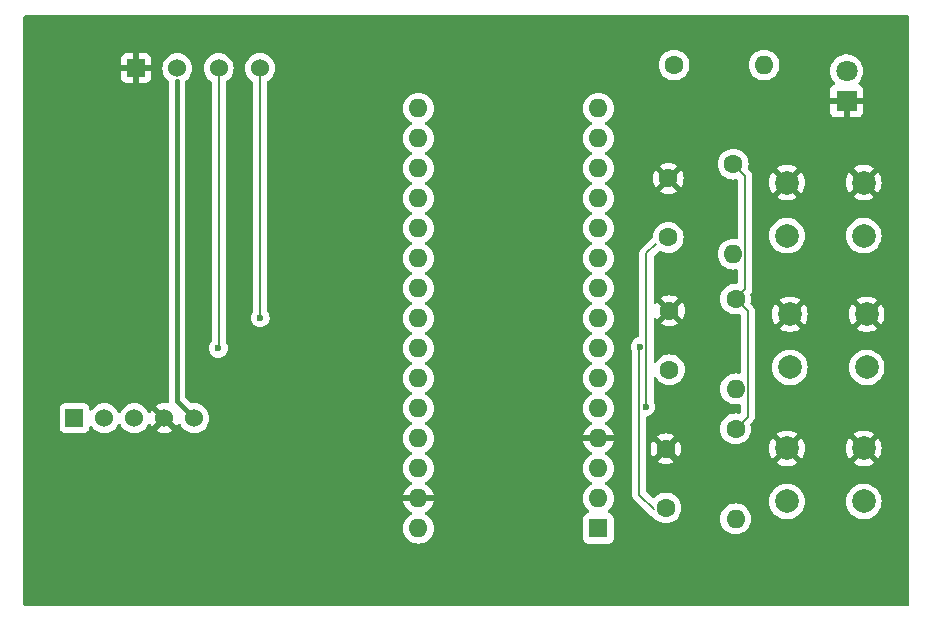
<source format=gbl>
G04 #@! TF.GenerationSoftware,KiCad,Pcbnew,8.0.5*
G04 #@! TF.CreationDate,2024-10-27T13:37:52-04:00*
G04 #@! TF.ProjectId,Project1,50726f6a-6563-4743-912e-6b696361645f,rev?*
G04 #@! TF.SameCoordinates,Original*
G04 #@! TF.FileFunction,Copper,L4,Bot*
G04 #@! TF.FilePolarity,Positive*
%FSLAX46Y46*%
G04 Gerber Fmt 4.6, Leading zero omitted, Abs format (unit mm)*
G04 Created by KiCad (PCBNEW 8.0.5) date 2024-10-27 13:37:52*
%MOMM*%
%LPD*%
G01*
G04 APERTURE LIST*
G04 #@! TA.AperFunction,ComponentPad*
%ADD10C,2.000000*%
G04 #@! TD*
G04 #@! TA.AperFunction,ComponentPad*
%ADD11C,1.600000*%
G04 #@! TD*
G04 #@! TA.AperFunction,ComponentPad*
%ADD12O,1.600000X1.600000*%
G04 #@! TD*
G04 #@! TA.AperFunction,ComponentPad*
%ADD13R,1.800000X1.800000*%
G04 #@! TD*
G04 #@! TA.AperFunction,ComponentPad*
%ADD14C,1.800000*%
G04 #@! TD*
G04 #@! TA.AperFunction,ComponentPad*
%ADD15C,1.524000*%
G04 #@! TD*
G04 #@! TA.AperFunction,ComponentPad*
%ADD16R,1.524000X1.524000*%
G04 #@! TD*
G04 #@! TA.AperFunction,ComponentPad*
%ADD17R,1.600000X1.600000*%
G04 #@! TD*
G04 #@! TA.AperFunction,ViaPad*
%ADD18C,0.600000*%
G04 #@! TD*
G04 #@! TA.AperFunction,Conductor*
%ADD19C,0.200000*%
G04 #@! TD*
G04 #@! TA.AperFunction,Conductor*
%ADD20C,0.400000*%
G04 #@! TD*
G04 APERTURE END LIST*
D10*
X190900000Y-71300000D03*
X197400000Y-71300000D03*
X190900000Y-75800000D03*
X197400000Y-75800000D03*
D11*
X181090000Y-50200000D03*
D12*
X188710000Y-50200000D03*
D10*
X190650000Y-82650000D03*
X197150000Y-82650000D03*
X190650000Y-87150000D03*
X197150000Y-87150000D03*
D11*
X180700000Y-76000000D03*
X180700000Y-71000000D03*
D12*
X186100000Y-66210000D03*
D11*
X186100000Y-58590000D03*
D10*
X190650000Y-60150000D03*
X197150000Y-60150000D03*
X190650000Y-64650000D03*
X197150000Y-64650000D03*
D13*
X195700000Y-53240000D03*
D14*
X195700000Y-50700000D03*
D11*
X186300000Y-70000000D03*
D12*
X186300000Y-77620000D03*
D15*
X140480000Y-80100000D03*
X137940000Y-80100000D03*
X135400000Y-80100000D03*
X132860000Y-80100000D03*
D16*
X130320000Y-80100000D03*
D17*
X174690000Y-89420000D03*
D12*
X174690000Y-86880000D03*
X174690000Y-84340000D03*
X174690000Y-81800000D03*
X174690000Y-79260000D03*
X174690000Y-76720000D03*
X174690000Y-74180000D03*
X174690000Y-71640000D03*
X174690000Y-69100000D03*
X174690000Y-66560000D03*
X174690000Y-64020000D03*
X174690000Y-61480000D03*
X174690000Y-58940000D03*
X174690000Y-56400000D03*
X174690000Y-53860000D03*
X159450000Y-53860000D03*
X159450000Y-56400000D03*
X159450000Y-58940000D03*
X159450000Y-61480000D03*
X159450000Y-64020000D03*
X159450000Y-66560000D03*
X159450000Y-69100000D03*
X159450000Y-71640000D03*
X159450000Y-74180000D03*
X159450000Y-76720000D03*
X159450000Y-79260000D03*
X159450000Y-81800000D03*
X159450000Y-84340000D03*
X159450000Y-86880000D03*
X159450000Y-89420000D03*
D11*
X180600000Y-64800000D03*
X180600000Y-59800000D03*
X180400000Y-87700000D03*
X180400000Y-82700000D03*
X186300000Y-81000000D03*
D12*
X186300000Y-88620000D03*
D16*
X135530000Y-50470000D03*
D15*
X139030000Y-50470000D03*
X142530000Y-50470000D03*
X146030000Y-50470000D03*
D18*
X142500000Y-74180000D03*
X146050000Y-71600000D03*
X178223000Y-74050000D03*
X178675000Y-79125000D03*
D19*
X142500000Y-74180000D02*
X142530000Y-74150000D01*
X142530000Y-74150000D02*
X142530000Y-50470000D01*
X146030000Y-71580000D02*
X146030000Y-50470000D01*
X146050000Y-71600000D02*
X146030000Y-71580000D01*
D20*
X139000000Y-78620000D02*
X139000000Y-51559000D01*
X140480000Y-80100000D02*
X139000000Y-78620000D01*
D19*
X178148000Y-74125000D02*
X178148000Y-86575000D01*
X178223000Y-74050000D02*
X178148000Y-74125000D01*
X178148000Y-86575000D02*
X179373000Y-87800000D01*
X178750000Y-66150000D02*
X179550000Y-65350000D01*
X178750000Y-79050000D02*
X178750000Y-66150000D01*
X178675000Y-79125000D02*
X178750000Y-79050000D01*
X187127000Y-69173000D02*
X187127000Y-59617000D01*
X186300000Y-70000000D02*
X187127000Y-69173000D01*
X187127000Y-59617000D02*
X186100000Y-58590000D01*
X187327000Y-79973000D02*
X187327000Y-71027000D01*
X187327000Y-71027000D02*
X186300000Y-70000000D01*
X186300000Y-81000000D02*
X187327000Y-79973000D01*
G04 #@! TA.AperFunction,Conductor*
G36*
X200943039Y-46019685D02*
G01*
X200988794Y-46072489D01*
X201000000Y-46124000D01*
X201000000Y-95876000D01*
X200980315Y-95943039D01*
X200927511Y-95988794D01*
X200876000Y-96000000D01*
X126124000Y-96000000D01*
X126056961Y-95980315D01*
X126011206Y-95927511D01*
X126000000Y-95876000D01*
X126000000Y-79290135D01*
X129057500Y-79290135D01*
X129057500Y-80909870D01*
X129057501Y-80909876D01*
X129063908Y-80969483D01*
X129114202Y-81104328D01*
X129114206Y-81104335D01*
X129200452Y-81219544D01*
X129200455Y-81219547D01*
X129315664Y-81305793D01*
X129315671Y-81305797D01*
X129450517Y-81356091D01*
X129450516Y-81356091D01*
X129457444Y-81356835D01*
X129510127Y-81362500D01*
X131129872Y-81362499D01*
X131189483Y-81356091D01*
X131324331Y-81305796D01*
X131439546Y-81219546D01*
X131525796Y-81104331D01*
X131576091Y-80969483D01*
X131582500Y-80909873D01*
X131582499Y-80869920D01*
X131602182Y-80802884D01*
X131654985Y-80757128D01*
X131724143Y-80747183D01*
X131787700Y-80776206D01*
X131808073Y-80798796D01*
X131889174Y-80914620D01*
X131889175Y-80914621D01*
X132045378Y-81070824D01*
X132045384Y-81070829D01*
X132226333Y-81197531D01*
X132226335Y-81197532D01*
X132226338Y-81197534D01*
X132426550Y-81290894D01*
X132639932Y-81348070D01*
X132797123Y-81361822D01*
X132859998Y-81367323D01*
X132860000Y-81367323D01*
X132860002Y-81367323D01*
X132915151Y-81362498D01*
X133080068Y-81348070D01*
X133293450Y-81290894D01*
X133493662Y-81197534D01*
X133674620Y-81070826D01*
X133830826Y-80914620D01*
X133957534Y-80733662D01*
X134017618Y-80604811D01*
X134063790Y-80552371D01*
X134130983Y-80533219D01*
X134197865Y-80553435D01*
X134242382Y-80604811D01*
X134302464Y-80733658D01*
X134302468Y-80733666D01*
X134429170Y-80914615D01*
X134429175Y-80914621D01*
X134585378Y-81070824D01*
X134585384Y-81070829D01*
X134766333Y-81197531D01*
X134766335Y-81197532D01*
X134766338Y-81197534D01*
X134966550Y-81290894D01*
X135179932Y-81348070D01*
X135337123Y-81361822D01*
X135399998Y-81367323D01*
X135400000Y-81367323D01*
X135400002Y-81367323D01*
X135455151Y-81362498D01*
X135620068Y-81348070D01*
X135833450Y-81290894D01*
X136033662Y-81197534D01*
X136214620Y-81070826D01*
X136370826Y-80914620D01*
X136497534Y-80733662D01*
X136557894Y-80604218D01*
X136604066Y-80551779D01*
X136671259Y-80532627D01*
X136738141Y-80552843D01*
X136782658Y-80604219D01*
X136842898Y-80733405D01*
X136842901Y-80733411D01*
X136888258Y-80798187D01*
X136888259Y-80798188D01*
X137559000Y-80127447D01*
X137559000Y-80150160D01*
X137584964Y-80247061D01*
X137635124Y-80333940D01*
X137706060Y-80404876D01*
X137792939Y-80455036D01*
X137889840Y-80481000D01*
X137912553Y-80481000D01*
X137241810Y-81151740D01*
X137306590Y-81197099D01*
X137306592Y-81197100D01*
X137506715Y-81290419D01*
X137506729Y-81290424D01*
X137720013Y-81347573D01*
X137720023Y-81347575D01*
X137939999Y-81366821D01*
X137940001Y-81366821D01*
X138159976Y-81347575D01*
X138159986Y-81347573D01*
X138373270Y-81290424D01*
X138373284Y-81290419D01*
X138573407Y-81197100D01*
X138573417Y-81197094D01*
X138638188Y-81151741D01*
X137967448Y-80481000D01*
X137990160Y-80481000D01*
X138087061Y-80455036D01*
X138173940Y-80404876D01*
X138244876Y-80333940D01*
X138295036Y-80247061D01*
X138321000Y-80150160D01*
X138321000Y-80127447D01*
X138991741Y-80798188D01*
X139037094Y-80733417D01*
X139037095Y-80733416D01*
X139097340Y-80604219D01*
X139143512Y-80551780D01*
X139210706Y-80532627D01*
X139277587Y-80552842D01*
X139322105Y-80604218D01*
X139382466Y-80733662D01*
X139382468Y-80733666D01*
X139509170Y-80914615D01*
X139509175Y-80914621D01*
X139665378Y-81070824D01*
X139665384Y-81070829D01*
X139846333Y-81197531D01*
X139846335Y-81197532D01*
X139846338Y-81197534D01*
X140046550Y-81290894D01*
X140259932Y-81348070D01*
X140417123Y-81361822D01*
X140479998Y-81367323D01*
X140480000Y-81367323D01*
X140480002Y-81367323D01*
X140535151Y-81362498D01*
X140700068Y-81348070D01*
X140913450Y-81290894D01*
X141113662Y-81197534D01*
X141294620Y-81070826D01*
X141450826Y-80914620D01*
X141577534Y-80733662D01*
X141670894Y-80533450D01*
X141728070Y-80320068D01*
X141747323Y-80100000D01*
X141743128Y-80052055D01*
X141731602Y-79920303D01*
X141728070Y-79879932D01*
X141670894Y-79666550D01*
X141577534Y-79466339D01*
X141482125Y-79330080D01*
X141450827Y-79285381D01*
X141395962Y-79230516D01*
X141294620Y-79129174D01*
X141294616Y-79129171D01*
X141294615Y-79129170D01*
X141113666Y-79002468D01*
X141113662Y-79002466D01*
X141066457Y-78980454D01*
X140913450Y-78909106D01*
X140913447Y-78909105D01*
X140913445Y-78909104D01*
X140700070Y-78851930D01*
X140700062Y-78851929D01*
X140480002Y-78832677D01*
X140479998Y-78832677D01*
X140283193Y-78849895D01*
X140214693Y-78836128D01*
X140184705Y-78814048D01*
X139736819Y-78366162D01*
X139703334Y-78304839D01*
X139700500Y-78278481D01*
X139700500Y-51606289D01*
X139720185Y-51539250D01*
X139753375Y-51504715D01*
X139844620Y-51440826D01*
X140000826Y-51284620D01*
X140127534Y-51103662D01*
X140220894Y-50903450D01*
X140278070Y-50690068D01*
X140297323Y-50470000D01*
X140297323Y-50469997D01*
X141262677Y-50469997D01*
X141262677Y-50470002D01*
X141281929Y-50690062D01*
X141281930Y-50690070D01*
X141339104Y-50903445D01*
X141339105Y-50903447D01*
X141339106Y-50903450D01*
X141432466Y-51103662D01*
X141432468Y-51103666D01*
X141559170Y-51284615D01*
X141559174Y-51284620D01*
X141715380Y-51440826D01*
X141876623Y-51553729D01*
X141920248Y-51608306D01*
X141929500Y-51655304D01*
X141929500Y-73567060D01*
X141909815Y-73634099D01*
X141893181Y-73654741D01*
X141870184Y-73677737D01*
X141774211Y-73830476D01*
X141714631Y-74000745D01*
X141714630Y-74000750D01*
X141694435Y-74179996D01*
X141694435Y-74180003D01*
X141714630Y-74359249D01*
X141714631Y-74359254D01*
X141774211Y-74529523D01*
X141835139Y-74626488D01*
X141870184Y-74682262D01*
X141997738Y-74809816D01*
X142150478Y-74905789D01*
X142320745Y-74965368D01*
X142320750Y-74965369D01*
X142499996Y-74985565D01*
X142500000Y-74985565D01*
X142500004Y-74985565D01*
X142679249Y-74965369D01*
X142679252Y-74965368D01*
X142679255Y-74965368D01*
X142849522Y-74905789D01*
X143002262Y-74809816D01*
X143129816Y-74682262D01*
X143225789Y-74529522D01*
X143285368Y-74359255D01*
X143292101Y-74299500D01*
X143305565Y-74180003D01*
X143305565Y-74179996D01*
X143285369Y-74000750D01*
X143285366Y-74000737D01*
X143225790Y-73830481D01*
X143225789Y-73830478D01*
X143164861Y-73733511D01*
X143149506Y-73709073D01*
X143130500Y-73643101D01*
X143130500Y-51655304D01*
X143150185Y-51588265D01*
X143183375Y-51553730D01*
X143344620Y-51440826D01*
X143500826Y-51284620D01*
X143627534Y-51103662D01*
X143720894Y-50903450D01*
X143778070Y-50690068D01*
X143797323Y-50470000D01*
X143797323Y-50469997D01*
X144762677Y-50469997D01*
X144762677Y-50470002D01*
X144781929Y-50690062D01*
X144781930Y-50690070D01*
X144839104Y-50903445D01*
X144839105Y-50903447D01*
X144839106Y-50903450D01*
X144932466Y-51103662D01*
X144932468Y-51103666D01*
X145059170Y-51284615D01*
X145059174Y-51284620D01*
X145215380Y-51440826D01*
X145376623Y-51553729D01*
X145420248Y-51608306D01*
X145429500Y-51655304D01*
X145429500Y-71047187D01*
X145410494Y-71113159D01*
X145324211Y-71250476D01*
X145264631Y-71420745D01*
X145264630Y-71420750D01*
X145244435Y-71599996D01*
X145244435Y-71600003D01*
X145264630Y-71779249D01*
X145264631Y-71779254D01*
X145324211Y-71949523D01*
X145410278Y-72086497D01*
X145420184Y-72102262D01*
X145547738Y-72229816D01*
X145700478Y-72325789D01*
X145870745Y-72385368D01*
X145870750Y-72385369D01*
X146049996Y-72405565D01*
X146050000Y-72405565D01*
X146050004Y-72405565D01*
X146229249Y-72385369D01*
X146229252Y-72385368D01*
X146229255Y-72385368D01*
X146399522Y-72325789D01*
X146552262Y-72229816D01*
X146679816Y-72102262D01*
X146775789Y-71949522D01*
X146835368Y-71779255D01*
X146841428Y-71725471D01*
X146855565Y-71600003D01*
X146855565Y-71599996D01*
X146835369Y-71420750D01*
X146835368Y-71420745D01*
X146818571Y-71372741D01*
X146775789Y-71250478D01*
X146770033Y-71241318D01*
X146700444Y-71130567D01*
X146679816Y-71097738D01*
X146666819Y-71084741D01*
X146633334Y-71023418D01*
X146630500Y-70997060D01*
X146630500Y-53859998D01*
X158144532Y-53859998D01*
X158144532Y-53860001D01*
X158164364Y-54086686D01*
X158164366Y-54086697D01*
X158223258Y-54306488D01*
X158223261Y-54306497D01*
X158319431Y-54512732D01*
X158319432Y-54512734D01*
X158449954Y-54699141D01*
X158610858Y-54860045D01*
X158610861Y-54860047D01*
X158797266Y-54990568D01*
X158855275Y-55017618D01*
X158907714Y-55063791D01*
X158926866Y-55130984D01*
X158906650Y-55197865D01*
X158855275Y-55242382D01*
X158797267Y-55269431D01*
X158797265Y-55269432D01*
X158610858Y-55399954D01*
X158449954Y-55560858D01*
X158319432Y-55747265D01*
X158319431Y-55747267D01*
X158223261Y-55953502D01*
X158223258Y-55953511D01*
X158164366Y-56173302D01*
X158164364Y-56173313D01*
X158144532Y-56399998D01*
X158144532Y-56400001D01*
X158164364Y-56626686D01*
X158164366Y-56626697D01*
X158223258Y-56846488D01*
X158223261Y-56846497D01*
X158319431Y-57052732D01*
X158319432Y-57052734D01*
X158449954Y-57239141D01*
X158610858Y-57400045D01*
X158610861Y-57400047D01*
X158797266Y-57530568D01*
X158855275Y-57557618D01*
X158907714Y-57603791D01*
X158926866Y-57670984D01*
X158906650Y-57737865D01*
X158855275Y-57782382D01*
X158797267Y-57809431D01*
X158797265Y-57809432D01*
X158610858Y-57939954D01*
X158449954Y-58100858D01*
X158319432Y-58287265D01*
X158319431Y-58287267D01*
X158223261Y-58493502D01*
X158223258Y-58493511D01*
X158164366Y-58713302D01*
X158164364Y-58713313D01*
X158144532Y-58939998D01*
X158144532Y-58940001D01*
X158164364Y-59166686D01*
X158164366Y-59166697D01*
X158223258Y-59386488D01*
X158223261Y-59386497D01*
X158319431Y-59592732D01*
X158319432Y-59592734D01*
X158449954Y-59779141D01*
X158610858Y-59940045D01*
X158610861Y-59940047D01*
X158797266Y-60070568D01*
X158855275Y-60097618D01*
X158907714Y-60143791D01*
X158926866Y-60210984D01*
X158906650Y-60277865D01*
X158855275Y-60322382D01*
X158797267Y-60349431D01*
X158797265Y-60349432D01*
X158610858Y-60479954D01*
X158449954Y-60640858D01*
X158319432Y-60827265D01*
X158319431Y-60827267D01*
X158223261Y-61033502D01*
X158223258Y-61033511D01*
X158164366Y-61253302D01*
X158164364Y-61253313D01*
X158144532Y-61479998D01*
X158144532Y-61480001D01*
X158164364Y-61706686D01*
X158164366Y-61706697D01*
X158223258Y-61926488D01*
X158223261Y-61926497D01*
X158319431Y-62132732D01*
X158319432Y-62132734D01*
X158449954Y-62319141D01*
X158610858Y-62480045D01*
X158610861Y-62480047D01*
X158797266Y-62610568D01*
X158855275Y-62637618D01*
X158907714Y-62683791D01*
X158926866Y-62750984D01*
X158906650Y-62817865D01*
X158855275Y-62862382D01*
X158797267Y-62889431D01*
X158797265Y-62889432D01*
X158610858Y-63019954D01*
X158449954Y-63180858D01*
X158319432Y-63367265D01*
X158319431Y-63367267D01*
X158223261Y-63573502D01*
X158223258Y-63573511D01*
X158164366Y-63793302D01*
X158164364Y-63793313D01*
X158144532Y-64019998D01*
X158144532Y-64020001D01*
X158164364Y-64246686D01*
X158164366Y-64246697D01*
X158223258Y-64466488D01*
X158223261Y-64466497D01*
X158319431Y-64672732D01*
X158319432Y-64672734D01*
X158449954Y-64859141D01*
X158610858Y-65020045D01*
X158620351Y-65026692D01*
X158797266Y-65150568D01*
X158855275Y-65177618D01*
X158907714Y-65223791D01*
X158926866Y-65290984D01*
X158906650Y-65357865D01*
X158855275Y-65402382D01*
X158797267Y-65429431D01*
X158797265Y-65429432D01*
X158610858Y-65559954D01*
X158449954Y-65720858D01*
X158319432Y-65907265D01*
X158319431Y-65907267D01*
X158223261Y-66113502D01*
X158223258Y-66113511D01*
X158164366Y-66333302D01*
X158164364Y-66333313D01*
X158144532Y-66559998D01*
X158144532Y-66560001D01*
X158164364Y-66786686D01*
X158164366Y-66786697D01*
X158223258Y-67006488D01*
X158223261Y-67006497D01*
X158319431Y-67212732D01*
X158319432Y-67212734D01*
X158449954Y-67399141D01*
X158610858Y-67560045D01*
X158610861Y-67560047D01*
X158797266Y-67690568D01*
X158855275Y-67717618D01*
X158907714Y-67763791D01*
X158926866Y-67830984D01*
X158906650Y-67897865D01*
X158855275Y-67942382D01*
X158797267Y-67969431D01*
X158797265Y-67969432D01*
X158610858Y-68099954D01*
X158449954Y-68260858D01*
X158319432Y-68447265D01*
X158319431Y-68447267D01*
X158223261Y-68653502D01*
X158223258Y-68653511D01*
X158164366Y-68873302D01*
X158164364Y-68873313D01*
X158144532Y-69099998D01*
X158144532Y-69100001D01*
X158164364Y-69326686D01*
X158164366Y-69326697D01*
X158223258Y-69546488D01*
X158223261Y-69546497D01*
X158319431Y-69752732D01*
X158319432Y-69752734D01*
X158449954Y-69939141D01*
X158610858Y-70100045D01*
X158610861Y-70100047D01*
X158797266Y-70230568D01*
X158855275Y-70257618D01*
X158907714Y-70303791D01*
X158926866Y-70370984D01*
X158906650Y-70437865D01*
X158855275Y-70482382D01*
X158797267Y-70509431D01*
X158797265Y-70509432D01*
X158610858Y-70639954D01*
X158449954Y-70800858D01*
X158319432Y-70987265D01*
X158319431Y-70987267D01*
X158223261Y-71193502D01*
X158223258Y-71193511D01*
X158164366Y-71413302D01*
X158164364Y-71413313D01*
X158144532Y-71639998D01*
X158144532Y-71640001D01*
X158164364Y-71866686D01*
X158164366Y-71866697D01*
X158223258Y-72086488D01*
X158223261Y-72086497D01*
X158319431Y-72292732D01*
X158319432Y-72292734D01*
X158449954Y-72479141D01*
X158610858Y-72640045D01*
X158610861Y-72640047D01*
X158797266Y-72770568D01*
X158855275Y-72797618D01*
X158907714Y-72843791D01*
X158926866Y-72910984D01*
X158906650Y-72977865D01*
X158855275Y-73022382D01*
X158797267Y-73049431D01*
X158797265Y-73049432D01*
X158610858Y-73179954D01*
X158449954Y-73340858D01*
X158319432Y-73527265D01*
X158319431Y-73527267D01*
X158223261Y-73733502D01*
X158223258Y-73733511D01*
X158164366Y-73953302D01*
X158164364Y-73953313D01*
X158144532Y-74179998D01*
X158144532Y-74180001D01*
X158164364Y-74406686D01*
X158164366Y-74406697D01*
X158223258Y-74626488D01*
X158223261Y-74626497D01*
X158319431Y-74832732D01*
X158319432Y-74832734D01*
X158449954Y-75019141D01*
X158610858Y-75180045D01*
X158610861Y-75180047D01*
X158797266Y-75310568D01*
X158855275Y-75337618D01*
X158907714Y-75383791D01*
X158926866Y-75450984D01*
X158906650Y-75517865D01*
X158855275Y-75562382D01*
X158797267Y-75589431D01*
X158797265Y-75589432D01*
X158610858Y-75719954D01*
X158449954Y-75880858D01*
X158319432Y-76067265D01*
X158319431Y-76067267D01*
X158223261Y-76273502D01*
X158223258Y-76273511D01*
X158164366Y-76493302D01*
X158164364Y-76493313D01*
X158144532Y-76719998D01*
X158144532Y-76720001D01*
X158164364Y-76946686D01*
X158164366Y-76946697D01*
X158223258Y-77166488D01*
X158223261Y-77166497D01*
X158319431Y-77372732D01*
X158319432Y-77372734D01*
X158449954Y-77559141D01*
X158610858Y-77720045D01*
X158610861Y-77720047D01*
X158797266Y-77850568D01*
X158855275Y-77877618D01*
X158907714Y-77923791D01*
X158926866Y-77990984D01*
X158906650Y-78057865D01*
X158855275Y-78102382D01*
X158797267Y-78129431D01*
X158797265Y-78129432D01*
X158610858Y-78259954D01*
X158449954Y-78420858D01*
X158319432Y-78607265D01*
X158319431Y-78607267D01*
X158223261Y-78813502D01*
X158223258Y-78813511D01*
X158164366Y-79033302D01*
X158164364Y-79033313D01*
X158144532Y-79259998D01*
X158144532Y-79260001D01*
X158164364Y-79486686D01*
X158164366Y-79486697D01*
X158223258Y-79706488D01*
X158223261Y-79706497D01*
X158319431Y-79912732D01*
X158319432Y-79912734D01*
X158449954Y-80099141D01*
X158610858Y-80260045D01*
X158610861Y-80260047D01*
X158797266Y-80390568D01*
X158855275Y-80417618D01*
X158907714Y-80463791D01*
X158926866Y-80530984D01*
X158906650Y-80597865D01*
X158855275Y-80642382D01*
X158797267Y-80669431D01*
X158797265Y-80669432D01*
X158610858Y-80799954D01*
X158449954Y-80960858D01*
X158319432Y-81147265D01*
X158319431Y-81147267D01*
X158223261Y-81353502D01*
X158223258Y-81353511D01*
X158164366Y-81573302D01*
X158164364Y-81573313D01*
X158144532Y-81799998D01*
X158144532Y-81800001D01*
X158164364Y-82026686D01*
X158164366Y-82026697D01*
X158223258Y-82246488D01*
X158223261Y-82246497D01*
X158319431Y-82452732D01*
X158319432Y-82452734D01*
X158449954Y-82639141D01*
X158610858Y-82800045D01*
X158610861Y-82800047D01*
X158797266Y-82930568D01*
X158854681Y-82957341D01*
X158855275Y-82957618D01*
X158907714Y-83003791D01*
X158926866Y-83070984D01*
X158906650Y-83137865D01*
X158855275Y-83182382D01*
X158797267Y-83209431D01*
X158797265Y-83209432D01*
X158610858Y-83339954D01*
X158449954Y-83500858D01*
X158319432Y-83687265D01*
X158319431Y-83687267D01*
X158223261Y-83893502D01*
X158223258Y-83893511D01*
X158164366Y-84113302D01*
X158164364Y-84113313D01*
X158144532Y-84339998D01*
X158144532Y-84340001D01*
X158164364Y-84566686D01*
X158164366Y-84566697D01*
X158223258Y-84786488D01*
X158223261Y-84786497D01*
X158319431Y-84992732D01*
X158319432Y-84992734D01*
X158449954Y-85179141D01*
X158610858Y-85340045D01*
X158610861Y-85340047D01*
X158797266Y-85470568D01*
X158855865Y-85497893D01*
X158908305Y-85544065D01*
X158927457Y-85611258D01*
X158907242Y-85678139D01*
X158855867Y-85722657D01*
X158797515Y-85749867D01*
X158611179Y-85880342D01*
X158450342Y-86041179D01*
X158319865Y-86227517D01*
X158223734Y-86433673D01*
X158223730Y-86433682D01*
X158171127Y-86629999D01*
X158171128Y-86630000D01*
X159016988Y-86630000D01*
X158984075Y-86687007D01*
X158950000Y-86814174D01*
X158950000Y-86945826D01*
X158984075Y-87072993D01*
X159016988Y-87130000D01*
X158171128Y-87130000D01*
X158223730Y-87326317D01*
X158223734Y-87326326D01*
X158319865Y-87532482D01*
X158450342Y-87718820D01*
X158611179Y-87879657D01*
X158797518Y-88010134D01*
X158797520Y-88010135D01*
X158855865Y-88037342D01*
X158908305Y-88083514D01*
X158927457Y-88150707D01*
X158907242Y-88217589D01*
X158855867Y-88262105D01*
X158816382Y-88280518D01*
X158797264Y-88289433D01*
X158610858Y-88419954D01*
X158449954Y-88580858D01*
X158319432Y-88767265D01*
X158319431Y-88767267D01*
X158223261Y-88973502D01*
X158223258Y-88973511D01*
X158164366Y-89193302D01*
X158164364Y-89193313D01*
X158144532Y-89419998D01*
X158144532Y-89420001D01*
X158164364Y-89646686D01*
X158164366Y-89646697D01*
X158223258Y-89866488D01*
X158223261Y-89866497D01*
X158319431Y-90072732D01*
X158319432Y-90072734D01*
X158449954Y-90259141D01*
X158610858Y-90420045D01*
X158610861Y-90420047D01*
X158797266Y-90550568D01*
X159003504Y-90646739D01*
X159223308Y-90705635D01*
X159385230Y-90719801D01*
X159449998Y-90725468D01*
X159450000Y-90725468D01*
X159450002Y-90725468D01*
X159506807Y-90720498D01*
X159676692Y-90705635D01*
X159896496Y-90646739D01*
X160102734Y-90550568D01*
X160289139Y-90420047D01*
X160450047Y-90259139D01*
X160580568Y-90072734D01*
X160676739Y-89866496D01*
X160735635Y-89646692D01*
X160755468Y-89420000D01*
X160735635Y-89193308D01*
X160685304Y-89005468D01*
X160676741Y-88973511D01*
X160676738Y-88973502D01*
X160654932Y-88926739D01*
X160580568Y-88767266D01*
X160450047Y-88580861D01*
X160450045Y-88580858D01*
X160289141Y-88419954D01*
X160102734Y-88289432D01*
X160102732Y-88289431D01*
X160083618Y-88280518D01*
X160044132Y-88262105D01*
X159991694Y-88215934D01*
X159972542Y-88148740D01*
X159992758Y-88081859D01*
X160044134Y-88037341D01*
X160102484Y-88010132D01*
X160288820Y-87879657D01*
X160449657Y-87718820D01*
X160580134Y-87532482D01*
X160676265Y-87326326D01*
X160676269Y-87326317D01*
X160728872Y-87130000D01*
X159883012Y-87130000D01*
X159915925Y-87072993D01*
X159950000Y-86945826D01*
X159950000Y-86814174D01*
X159915925Y-86687007D01*
X159883012Y-86630000D01*
X160728872Y-86630000D01*
X160728872Y-86629999D01*
X160676269Y-86433682D01*
X160676265Y-86433673D01*
X160580134Y-86227517D01*
X160449657Y-86041179D01*
X160288820Y-85880342D01*
X160102482Y-85749865D01*
X160044133Y-85722657D01*
X159991694Y-85676484D01*
X159972542Y-85609291D01*
X159992758Y-85542410D01*
X160044129Y-85497895D01*
X160102734Y-85470568D01*
X160289139Y-85340047D01*
X160450047Y-85179139D01*
X160580568Y-84992734D01*
X160676739Y-84786496D01*
X160735635Y-84566692D01*
X160755468Y-84340000D01*
X160735635Y-84113308D01*
X160676739Y-83893504D01*
X160580568Y-83687266D01*
X160450047Y-83500861D01*
X160450045Y-83500858D01*
X160289141Y-83339954D01*
X160102734Y-83209432D01*
X160102728Y-83209429D01*
X160044725Y-83182382D01*
X159992285Y-83136210D01*
X159973133Y-83069017D01*
X159993348Y-83002135D01*
X160044725Y-82957618D01*
X160045319Y-82957341D01*
X160102734Y-82930568D01*
X160289139Y-82800047D01*
X160450047Y-82639139D01*
X160580568Y-82452734D01*
X160676739Y-82246496D01*
X160735635Y-82026692D01*
X160755468Y-81800000D01*
X160735635Y-81573308D01*
X160680307Y-81366821D01*
X160676741Y-81353511D01*
X160676738Y-81353502D01*
X160654491Y-81305793D01*
X160580568Y-81147266D01*
X160456084Y-80969483D01*
X160450045Y-80960858D01*
X160289141Y-80799954D01*
X160102734Y-80669432D01*
X160102728Y-80669429D01*
X160044725Y-80642382D01*
X159992285Y-80596210D01*
X159973133Y-80529017D01*
X159993348Y-80462135D01*
X160044725Y-80417618D01*
X160102734Y-80390568D01*
X160289139Y-80260047D01*
X160450047Y-80099139D01*
X160580568Y-79912734D01*
X160676739Y-79706496D01*
X160735635Y-79486692D01*
X160755468Y-79260000D01*
X160752888Y-79230516D01*
X160743657Y-79125000D01*
X160735635Y-79033308D01*
X160681876Y-78832677D01*
X160676741Y-78813511D01*
X160676738Y-78813502D01*
X160659096Y-78775668D01*
X160580568Y-78607266D01*
X160450047Y-78420861D01*
X160450045Y-78420858D01*
X160289141Y-78259954D01*
X160102734Y-78129432D01*
X160102728Y-78129429D01*
X160044725Y-78102382D01*
X159992285Y-78056210D01*
X159973133Y-77989017D01*
X159993348Y-77922135D01*
X160044725Y-77877618D01*
X160102734Y-77850568D01*
X160289139Y-77720047D01*
X160450047Y-77559139D01*
X160580568Y-77372734D01*
X160676739Y-77166496D01*
X160735635Y-76946692D01*
X160755468Y-76720000D01*
X160735635Y-76493308D01*
X160676739Y-76273504D01*
X160580568Y-76067266D01*
X160450047Y-75880861D01*
X160450045Y-75880858D01*
X160289141Y-75719954D01*
X160102734Y-75589432D01*
X160102728Y-75589429D01*
X160044725Y-75562382D01*
X159992285Y-75516210D01*
X159973133Y-75449017D01*
X159993348Y-75382135D01*
X160044725Y-75337618D01*
X160102734Y-75310568D01*
X160289139Y-75180047D01*
X160450047Y-75019139D01*
X160580568Y-74832734D01*
X160676739Y-74626496D01*
X160735635Y-74406692D01*
X160755468Y-74180000D01*
X160735635Y-73953308D01*
X160676739Y-73733504D01*
X160580568Y-73527266D01*
X160450047Y-73340861D01*
X160450045Y-73340858D01*
X160289141Y-73179954D01*
X160102734Y-73049432D01*
X160102728Y-73049429D01*
X160044725Y-73022382D01*
X159992285Y-72976210D01*
X159973133Y-72909017D01*
X159993348Y-72842135D01*
X160044725Y-72797618D01*
X160102734Y-72770568D01*
X160289139Y-72640047D01*
X160450047Y-72479139D01*
X160580568Y-72292734D01*
X160676739Y-72086496D01*
X160735635Y-71866692D01*
X160755468Y-71640000D01*
X160755267Y-71637708D01*
X160736286Y-71420750D01*
X160735635Y-71413308D01*
X160676739Y-71193504D01*
X160580568Y-70987266D01*
X160450047Y-70800861D01*
X160450045Y-70800858D01*
X160289141Y-70639954D01*
X160102734Y-70509432D01*
X160102728Y-70509429D01*
X160044725Y-70482382D01*
X159992285Y-70436210D01*
X159973133Y-70369017D01*
X159993348Y-70302135D01*
X160044725Y-70257618D01*
X160102734Y-70230568D01*
X160289139Y-70100047D01*
X160450047Y-69939139D01*
X160580568Y-69752734D01*
X160676739Y-69546496D01*
X160735635Y-69326692D01*
X160755468Y-69100000D01*
X160735635Y-68873308D01*
X160676739Y-68653504D01*
X160580568Y-68447266D01*
X160450047Y-68260861D01*
X160450045Y-68260858D01*
X160289141Y-68099954D01*
X160102734Y-67969432D01*
X160102728Y-67969429D01*
X160044725Y-67942382D01*
X159992285Y-67896210D01*
X159973133Y-67829017D01*
X159993348Y-67762135D01*
X160044725Y-67717618D01*
X160102734Y-67690568D01*
X160289139Y-67560047D01*
X160450047Y-67399139D01*
X160580568Y-67212734D01*
X160676739Y-67006496D01*
X160735635Y-66786692D01*
X160755468Y-66560000D01*
X160735635Y-66333308D01*
X160676739Y-66113504D01*
X160580568Y-65907266D01*
X160450047Y-65720861D01*
X160450045Y-65720858D01*
X160289141Y-65559954D01*
X160102734Y-65429432D01*
X160102728Y-65429429D01*
X160044725Y-65402382D01*
X159992285Y-65356210D01*
X159973133Y-65289017D01*
X159993348Y-65222135D01*
X160044725Y-65177618D01*
X160102734Y-65150568D01*
X160289139Y-65020047D01*
X160450047Y-64859139D01*
X160580568Y-64672734D01*
X160676739Y-64466496D01*
X160735635Y-64246692D01*
X160755468Y-64020000D01*
X160735635Y-63793308D01*
X160676739Y-63573504D01*
X160580568Y-63367266D01*
X160450047Y-63180861D01*
X160450045Y-63180858D01*
X160289141Y-63019954D01*
X160102734Y-62889432D01*
X160102728Y-62889429D01*
X160044725Y-62862382D01*
X159992285Y-62816210D01*
X159973133Y-62749017D01*
X159993348Y-62682135D01*
X160044725Y-62637618D01*
X160102734Y-62610568D01*
X160289139Y-62480047D01*
X160450047Y-62319139D01*
X160580568Y-62132734D01*
X160676739Y-61926496D01*
X160735635Y-61706692D01*
X160755468Y-61480000D01*
X160735635Y-61253308D01*
X160676739Y-61033504D01*
X160580568Y-60827266D01*
X160450047Y-60640861D01*
X160450045Y-60640858D01*
X160289141Y-60479954D01*
X160102734Y-60349432D01*
X160102728Y-60349429D01*
X160044725Y-60322382D01*
X159992285Y-60276210D01*
X159973133Y-60209017D01*
X159993348Y-60142135D01*
X160044725Y-60097618D01*
X160102734Y-60070568D01*
X160289139Y-59940047D01*
X160450047Y-59779139D01*
X160580568Y-59592734D01*
X160676739Y-59386496D01*
X160735635Y-59166692D01*
X160755468Y-58940000D01*
X160735635Y-58713308D01*
X160676739Y-58493504D01*
X160580568Y-58287266D01*
X160450047Y-58100861D01*
X160450045Y-58100858D01*
X160289141Y-57939954D01*
X160102734Y-57809432D01*
X160102728Y-57809429D01*
X160044725Y-57782382D01*
X159992285Y-57736210D01*
X159973133Y-57669017D01*
X159993348Y-57602135D01*
X160044725Y-57557618D01*
X160102734Y-57530568D01*
X160289139Y-57400047D01*
X160450047Y-57239139D01*
X160580568Y-57052734D01*
X160676739Y-56846496D01*
X160735635Y-56626692D01*
X160755468Y-56400000D01*
X160735635Y-56173308D01*
X160676739Y-55953504D01*
X160580568Y-55747266D01*
X160450047Y-55560861D01*
X160450045Y-55560858D01*
X160289141Y-55399954D01*
X160102734Y-55269432D01*
X160102728Y-55269429D01*
X160044725Y-55242382D01*
X159992285Y-55196210D01*
X159973133Y-55129017D01*
X159993348Y-55062135D01*
X160044725Y-55017618D01*
X160102734Y-54990568D01*
X160289139Y-54860047D01*
X160450047Y-54699139D01*
X160580568Y-54512734D01*
X160676739Y-54306496D01*
X160735635Y-54086692D01*
X160755468Y-53860000D01*
X160755468Y-53859998D01*
X173384532Y-53859998D01*
X173384532Y-53860001D01*
X173404364Y-54086686D01*
X173404366Y-54086697D01*
X173463258Y-54306488D01*
X173463261Y-54306497D01*
X173559431Y-54512732D01*
X173559432Y-54512734D01*
X173689954Y-54699141D01*
X173850858Y-54860045D01*
X173850861Y-54860047D01*
X174037266Y-54990568D01*
X174095275Y-55017618D01*
X174147714Y-55063791D01*
X174166866Y-55130984D01*
X174146650Y-55197865D01*
X174095275Y-55242382D01*
X174037267Y-55269431D01*
X174037265Y-55269432D01*
X173850858Y-55399954D01*
X173689954Y-55560858D01*
X173559432Y-55747265D01*
X173559431Y-55747267D01*
X173463261Y-55953502D01*
X173463258Y-55953511D01*
X173404366Y-56173302D01*
X173404364Y-56173313D01*
X173384532Y-56399998D01*
X173384532Y-56400001D01*
X173404364Y-56626686D01*
X173404366Y-56626697D01*
X173463258Y-56846488D01*
X173463261Y-56846497D01*
X173559431Y-57052732D01*
X173559432Y-57052734D01*
X173689954Y-57239141D01*
X173850858Y-57400045D01*
X173850861Y-57400047D01*
X174037266Y-57530568D01*
X174095275Y-57557618D01*
X174147714Y-57603791D01*
X174166866Y-57670984D01*
X174146650Y-57737865D01*
X174095275Y-57782382D01*
X174037267Y-57809431D01*
X174037265Y-57809432D01*
X173850858Y-57939954D01*
X173689954Y-58100858D01*
X173559432Y-58287265D01*
X173559431Y-58287267D01*
X173463261Y-58493502D01*
X173463258Y-58493511D01*
X173404366Y-58713302D01*
X173404364Y-58713313D01*
X173384532Y-58939998D01*
X173384532Y-58940001D01*
X173404364Y-59166686D01*
X173404366Y-59166697D01*
X173463258Y-59386488D01*
X173463261Y-59386497D01*
X173559431Y-59592732D01*
X173559432Y-59592734D01*
X173689954Y-59779141D01*
X173850858Y-59940045D01*
X173850861Y-59940047D01*
X174037266Y-60070568D01*
X174095275Y-60097618D01*
X174147714Y-60143791D01*
X174166866Y-60210984D01*
X174146650Y-60277865D01*
X174095275Y-60322382D01*
X174037267Y-60349431D01*
X174037265Y-60349432D01*
X173850858Y-60479954D01*
X173689954Y-60640858D01*
X173559432Y-60827265D01*
X173559431Y-60827267D01*
X173463261Y-61033502D01*
X173463258Y-61033511D01*
X173404366Y-61253302D01*
X173404364Y-61253313D01*
X173384532Y-61479998D01*
X173384532Y-61480001D01*
X173404364Y-61706686D01*
X173404366Y-61706697D01*
X173463258Y-61926488D01*
X173463261Y-61926497D01*
X173559431Y-62132732D01*
X173559432Y-62132734D01*
X173689954Y-62319141D01*
X173850858Y-62480045D01*
X173850861Y-62480047D01*
X174037266Y-62610568D01*
X174095275Y-62637618D01*
X174147714Y-62683791D01*
X174166866Y-62750984D01*
X174146650Y-62817865D01*
X174095275Y-62862382D01*
X174037267Y-62889431D01*
X174037265Y-62889432D01*
X173850858Y-63019954D01*
X173689954Y-63180858D01*
X173559432Y-63367265D01*
X173559431Y-63367267D01*
X173463261Y-63573502D01*
X173463258Y-63573511D01*
X173404366Y-63793302D01*
X173404364Y-63793313D01*
X173384532Y-64019998D01*
X173384532Y-64020001D01*
X173404364Y-64246686D01*
X173404366Y-64246697D01*
X173463258Y-64466488D01*
X173463261Y-64466497D01*
X173559431Y-64672732D01*
X173559432Y-64672734D01*
X173689954Y-64859141D01*
X173850858Y-65020045D01*
X173860351Y-65026692D01*
X174037266Y-65150568D01*
X174095275Y-65177618D01*
X174147714Y-65223791D01*
X174166866Y-65290984D01*
X174146650Y-65357865D01*
X174095275Y-65402382D01*
X174037267Y-65429431D01*
X174037265Y-65429432D01*
X173850858Y-65559954D01*
X173689954Y-65720858D01*
X173559432Y-65907265D01*
X173559431Y-65907267D01*
X173463261Y-66113502D01*
X173463258Y-66113511D01*
X173404366Y-66333302D01*
X173404364Y-66333313D01*
X173384532Y-66559998D01*
X173384532Y-66560001D01*
X173404364Y-66786686D01*
X173404366Y-66786697D01*
X173463258Y-67006488D01*
X173463261Y-67006497D01*
X173559431Y-67212732D01*
X173559432Y-67212734D01*
X173689954Y-67399141D01*
X173850858Y-67560045D01*
X173850861Y-67560047D01*
X174037266Y-67690568D01*
X174095275Y-67717618D01*
X174147714Y-67763791D01*
X174166866Y-67830984D01*
X174146650Y-67897865D01*
X174095275Y-67942382D01*
X174037267Y-67969431D01*
X174037265Y-67969432D01*
X173850858Y-68099954D01*
X173689954Y-68260858D01*
X173559432Y-68447265D01*
X173559431Y-68447267D01*
X173463261Y-68653502D01*
X173463258Y-68653511D01*
X173404366Y-68873302D01*
X173404364Y-68873313D01*
X173384532Y-69099998D01*
X173384532Y-69100001D01*
X173404364Y-69326686D01*
X173404366Y-69326697D01*
X173463258Y-69546488D01*
X173463261Y-69546497D01*
X173559431Y-69752732D01*
X173559432Y-69752734D01*
X173689954Y-69939141D01*
X173850858Y-70100045D01*
X173850861Y-70100047D01*
X174037266Y-70230568D01*
X174095275Y-70257618D01*
X174147714Y-70303791D01*
X174166866Y-70370984D01*
X174146650Y-70437865D01*
X174095275Y-70482382D01*
X174037267Y-70509431D01*
X174037265Y-70509432D01*
X173850858Y-70639954D01*
X173689954Y-70800858D01*
X173559432Y-70987265D01*
X173559431Y-70987267D01*
X173463261Y-71193502D01*
X173463258Y-71193511D01*
X173404366Y-71413302D01*
X173404364Y-71413313D01*
X173384532Y-71639998D01*
X173384532Y-71640001D01*
X173404364Y-71866686D01*
X173404366Y-71866697D01*
X173463258Y-72086488D01*
X173463261Y-72086497D01*
X173559431Y-72292732D01*
X173559432Y-72292734D01*
X173689954Y-72479141D01*
X173850858Y-72640045D01*
X173850861Y-72640047D01*
X174037266Y-72770568D01*
X174095275Y-72797618D01*
X174147714Y-72843791D01*
X174166866Y-72910984D01*
X174146650Y-72977865D01*
X174095275Y-73022382D01*
X174037267Y-73049431D01*
X174037265Y-73049432D01*
X173850858Y-73179954D01*
X173689954Y-73340858D01*
X173559432Y-73527265D01*
X173559431Y-73527267D01*
X173463261Y-73733502D01*
X173463258Y-73733511D01*
X173404366Y-73953302D01*
X173404364Y-73953313D01*
X173384532Y-74179998D01*
X173384532Y-74180001D01*
X173404364Y-74406686D01*
X173404366Y-74406697D01*
X173463258Y-74626488D01*
X173463261Y-74626497D01*
X173559431Y-74832732D01*
X173559432Y-74832734D01*
X173689954Y-75019141D01*
X173850858Y-75180045D01*
X173850861Y-75180047D01*
X174037266Y-75310568D01*
X174095275Y-75337618D01*
X174147714Y-75383791D01*
X174166866Y-75450984D01*
X174146650Y-75517865D01*
X174095275Y-75562382D01*
X174037267Y-75589431D01*
X174037265Y-75589432D01*
X173850858Y-75719954D01*
X173689954Y-75880858D01*
X173559432Y-76067265D01*
X173559431Y-76067267D01*
X173463261Y-76273502D01*
X173463258Y-76273511D01*
X173404366Y-76493302D01*
X173404364Y-76493313D01*
X173384532Y-76719998D01*
X173384532Y-76720001D01*
X173404364Y-76946686D01*
X173404366Y-76946697D01*
X173463258Y-77166488D01*
X173463261Y-77166497D01*
X173559431Y-77372732D01*
X173559432Y-77372734D01*
X173689954Y-77559141D01*
X173850858Y-77720045D01*
X173850861Y-77720047D01*
X174037266Y-77850568D01*
X174095275Y-77877618D01*
X174147714Y-77923791D01*
X174166866Y-77990984D01*
X174146650Y-78057865D01*
X174095275Y-78102382D01*
X174037267Y-78129431D01*
X174037265Y-78129432D01*
X173850858Y-78259954D01*
X173689954Y-78420858D01*
X173559432Y-78607265D01*
X173559431Y-78607267D01*
X173463261Y-78813502D01*
X173463258Y-78813511D01*
X173404366Y-79033302D01*
X173404364Y-79033313D01*
X173384532Y-79259998D01*
X173384532Y-79260001D01*
X173404364Y-79486686D01*
X173404366Y-79486697D01*
X173463258Y-79706488D01*
X173463261Y-79706497D01*
X173559431Y-79912732D01*
X173559432Y-79912734D01*
X173689954Y-80099141D01*
X173850858Y-80260045D01*
X173850861Y-80260047D01*
X174037266Y-80390568D01*
X174095865Y-80417893D01*
X174148305Y-80464065D01*
X174167457Y-80531258D01*
X174147242Y-80598139D01*
X174095867Y-80642657D01*
X174037515Y-80669867D01*
X173851179Y-80800342D01*
X173690342Y-80961179D01*
X173559865Y-81147517D01*
X173463734Y-81353673D01*
X173463730Y-81353682D01*
X173411127Y-81549999D01*
X173411128Y-81550000D01*
X174256988Y-81550000D01*
X174224075Y-81607007D01*
X174190000Y-81734174D01*
X174190000Y-81865826D01*
X174224075Y-81992993D01*
X174256988Y-82050000D01*
X173411128Y-82050000D01*
X173463730Y-82246317D01*
X173463734Y-82246326D01*
X173559865Y-82452482D01*
X173690342Y-82638820D01*
X173851179Y-82799657D01*
X174037518Y-82930134D01*
X174037520Y-82930135D01*
X174095865Y-82957342D01*
X174148305Y-83003514D01*
X174167457Y-83070707D01*
X174147242Y-83137589D01*
X174095867Y-83182105D01*
X174037268Y-83209431D01*
X174037264Y-83209433D01*
X173850858Y-83339954D01*
X173689954Y-83500858D01*
X173559432Y-83687265D01*
X173559431Y-83687267D01*
X173463261Y-83893502D01*
X173463258Y-83893511D01*
X173404366Y-84113302D01*
X173404364Y-84113313D01*
X173384532Y-84339998D01*
X173384532Y-84340001D01*
X173404364Y-84566686D01*
X173404366Y-84566697D01*
X173463258Y-84786488D01*
X173463261Y-84786497D01*
X173559431Y-84992732D01*
X173559432Y-84992734D01*
X173689954Y-85179141D01*
X173850858Y-85340045D01*
X173850861Y-85340047D01*
X174037266Y-85470568D01*
X174095275Y-85497618D01*
X174147714Y-85543791D01*
X174166866Y-85610984D01*
X174146650Y-85677865D01*
X174095275Y-85722382D01*
X174037267Y-85749431D01*
X174037265Y-85749432D01*
X173850858Y-85879954D01*
X173689954Y-86040858D01*
X173559432Y-86227265D01*
X173559431Y-86227267D01*
X173463261Y-86433502D01*
X173463258Y-86433511D01*
X173404366Y-86653302D01*
X173404364Y-86653313D01*
X173384532Y-86879998D01*
X173384532Y-86880001D01*
X173404364Y-87106686D01*
X173404366Y-87106697D01*
X173463258Y-87326488D01*
X173463261Y-87326497D01*
X173559431Y-87532732D01*
X173559432Y-87532734D01*
X173689954Y-87719141D01*
X173850858Y-87880045D01*
X173875462Y-87897273D01*
X173919087Y-87951849D01*
X173926281Y-88021348D01*
X173894758Y-88083703D01*
X173834529Y-88119117D01*
X173817593Y-88122138D01*
X173782516Y-88125908D01*
X173647671Y-88176202D01*
X173647664Y-88176206D01*
X173532455Y-88262452D01*
X173532452Y-88262455D01*
X173446206Y-88377664D01*
X173446202Y-88377671D01*
X173395908Y-88512517D01*
X173393046Y-88539142D01*
X173389501Y-88572123D01*
X173389500Y-88572135D01*
X173389500Y-90267870D01*
X173389501Y-90267876D01*
X173395908Y-90327483D01*
X173446202Y-90462328D01*
X173446206Y-90462335D01*
X173532452Y-90577544D01*
X173532455Y-90577547D01*
X173647664Y-90663793D01*
X173647671Y-90663797D01*
X173782517Y-90714091D01*
X173782516Y-90714091D01*
X173789444Y-90714835D01*
X173842127Y-90720500D01*
X175537872Y-90720499D01*
X175597483Y-90714091D01*
X175732331Y-90663796D01*
X175847546Y-90577546D01*
X175933796Y-90462331D01*
X175984091Y-90327483D01*
X175990500Y-90267873D01*
X175990499Y-88572128D01*
X175984091Y-88512517D01*
X175957200Y-88440419D01*
X175933797Y-88377671D01*
X175933793Y-88377664D01*
X175847547Y-88262455D01*
X175847544Y-88262452D01*
X175732335Y-88176206D01*
X175732328Y-88176202D01*
X175597482Y-88125908D01*
X175597483Y-88125908D01*
X175562404Y-88122137D01*
X175497853Y-88095399D01*
X175458005Y-88038006D01*
X175455512Y-87968181D01*
X175491165Y-87908092D01*
X175504539Y-87897272D01*
X175529140Y-87880046D01*
X175690045Y-87719141D01*
X175690047Y-87719139D01*
X175820568Y-87532734D01*
X175916739Y-87326496D01*
X175975635Y-87106692D01*
X175995468Y-86880000D01*
X175975635Y-86653308D01*
X175916739Y-86433504D01*
X175820568Y-86227266D01*
X175690047Y-86040861D01*
X175690045Y-86040858D01*
X175529141Y-85879954D01*
X175342734Y-85749432D01*
X175342728Y-85749429D01*
X175284725Y-85722382D01*
X175232285Y-85676210D01*
X175213133Y-85609017D01*
X175233348Y-85542135D01*
X175284725Y-85497618D01*
X175342734Y-85470568D01*
X175529139Y-85340047D01*
X175690047Y-85179139D01*
X175820568Y-84992734D01*
X175916739Y-84786496D01*
X175975635Y-84566692D01*
X175995468Y-84340000D01*
X175975635Y-84113308D01*
X175916739Y-83893504D01*
X175820568Y-83687266D01*
X175690047Y-83500861D01*
X175690045Y-83500858D01*
X175529141Y-83339954D01*
X175342734Y-83209432D01*
X175342732Y-83209431D01*
X175284725Y-83182382D01*
X175284132Y-83182105D01*
X175231694Y-83135934D01*
X175212542Y-83068740D01*
X175232758Y-83001859D01*
X175284134Y-82957341D01*
X175342484Y-82930132D01*
X175528820Y-82799657D01*
X175689657Y-82638820D01*
X175820134Y-82452482D01*
X175916265Y-82246326D01*
X175916269Y-82246317D01*
X175968872Y-82050000D01*
X175123012Y-82050000D01*
X175155925Y-81992993D01*
X175190000Y-81865826D01*
X175190000Y-81734174D01*
X175155925Y-81607007D01*
X175123012Y-81550000D01*
X175968872Y-81550000D01*
X175968872Y-81549999D01*
X175916269Y-81353682D01*
X175916265Y-81353673D01*
X175820134Y-81147517D01*
X175689657Y-80961179D01*
X175528820Y-80800342D01*
X175342482Y-80669865D01*
X175284133Y-80642657D01*
X175231694Y-80596484D01*
X175212542Y-80529291D01*
X175232758Y-80462410D01*
X175284129Y-80417895D01*
X175342734Y-80390568D01*
X175529139Y-80260047D01*
X175690047Y-80099139D01*
X175820568Y-79912734D01*
X175916739Y-79706496D01*
X175975635Y-79486692D01*
X175995468Y-79260000D01*
X175992888Y-79230516D01*
X175983657Y-79125000D01*
X175975635Y-79033308D01*
X175921876Y-78832677D01*
X175916741Y-78813511D01*
X175916738Y-78813502D01*
X175899096Y-78775668D01*
X175820568Y-78607266D01*
X175690047Y-78420861D01*
X175690045Y-78420858D01*
X175529141Y-78259954D01*
X175342734Y-78129432D01*
X175342728Y-78129429D01*
X175284725Y-78102382D01*
X175232285Y-78056210D01*
X175213133Y-77989017D01*
X175233348Y-77922135D01*
X175284725Y-77877618D01*
X175342734Y-77850568D01*
X175529139Y-77720047D01*
X175690047Y-77559139D01*
X175820568Y-77372734D01*
X175916739Y-77166496D01*
X175975635Y-76946692D01*
X175995468Y-76720000D01*
X175975635Y-76493308D01*
X175916739Y-76273504D01*
X175820568Y-76067266D01*
X175690047Y-75880861D01*
X175690045Y-75880858D01*
X175529141Y-75719954D01*
X175342734Y-75589432D01*
X175342728Y-75589429D01*
X175284725Y-75562382D01*
X175232285Y-75516210D01*
X175213133Y-75449017D01*
X175233348Y-75382135D01*
X175284725Y-75337618D01*
X175342734Y-75310568D01*
X175529139Y-75180047D01*
X175690047Y-75019139D01*
X175820568Y-74832734D01*
X175916739Y-74626496D01*
X175975635Y-74406692D01*
X175995468Y-74180000D01*
X175984094Y-74049996D01*
X177417435Y-74049996D01*
X177417435Y-74050003D01*
X177437630Y-74229249D01*
X177437631Y-74229254D01*
X177497211Y-74399524D01*
X177528493Y-74449307D01*
X177547500Y-74515280D01*
X177547500Y-86488330D01*
X177547499Y-86488348D01*
X177547499Y-86654054D01*
X177547498Y-86654054D01*
X177588423Y-86806785D01*
X177604197Y-86834106D01*
X177604196Y-86834106D01*
X177604197Y-86834107D01*
X177667475Y-86943709D01*
X177667481Y-86943717D01*
X177786349Y-87062585D01*
X177786354Y-87062589D01*
X179004284Y-88280520D01*
X179004286Y-88280521D01*
X179004290Y-88280524D01*
X179129360Y-88352732D01*
X179141216Y-88359577D01*
X179261350Y-88391767D01*
X179321008Y-88428131D01*
X179330825Y-88440413D01*
X179381312Y-88512516D01*
X179399955Y-88539142D01*
X179560858Y-88700045D01*
X179560861Y-88700047D01*
X179747266Y-88830568D01*
X179953504Y-88926739D01*
X180173308Y-88985635D01*
X180335230Y-88999801D01*
X180399998Y-89005468D01*
X180400000Y-89005468D01*
X180400002Y-89005468D01*
X180456673Y-89000509D01*
X180626692Y-88985635D01*
X180846496Y-88926739D01*
X181052734Y-88830568D01*
X181239139Y-88700047D01*
X181319188Y-88619998D01*
X184994532Y-88619998D01*
X184994532Y-88620001D01*
X185014364Y-88846686D01*
X185014366Y-88846697D01*
X185073258Y-89066488D01*
X185073261Y-89066497D01*
X185169431Y-89272732D01*
X185169432Y-89272734D01*
X185299954Y-89459141D01*
X185460858Y-89620045D01*
X185460861Y-89620047D01*
X185647266Y-89750568D01*
X185853504Y-89846739D01*
X186073308Y-89905635D01*
X186235230Y-89919801D01*
X186299998Y-89925468D01*
X186300000Y-89925468D01*
X186300002Y-89925468D01*
X186356673Y-89920509D01*
X186526692Y-89905635D01*
X186746496Y-89846739D01*
X186952734Y-89750568D01*
X187139139Y-89620047D01*
X187300047Y-89459139D01*
X187430568Y-89272734D01*
X187526739Y-89066496D01*
X187585635Y-88846692D01*
X187605468Y-88620000D01*
X187604555Y-88609570D01*
X187596064Y-88512516D01*
X187585635Y-88393308D01*
X187527463Y-88176206D01*
X187526741Y-88173511D01*
X187526738Y-88173502D01*
X187430568Y-87967266D01*
X187300047Y-87780861D01*
X187300045Y-87780858D01*
X187139141Y-87619954D01*
X186952734Y-87489432D01*
X186952732Y-87489431D01*
X186746497Y-87393261D01*
X186746488Y-87393258D01*
X186526697Y-87334366D01*
X186526693Y-87334365D01*
X186526692Y-87334365D01*
X186526691Y-87334364D01*
X186526686Y-87334364D01*
X186300002Y-87314532D01*
X186299998Y-87314532D01*
X186073313Y-87334364D01*
X186073302Y-87334366D01*
X185853511Y-87393258D01*
X185853502Y-87393261D01*
X185647267Y-87489431D01*
X185647265Y-87489432D01*
X185460858Y-87619954D01*
X185299954Y-87780858D01*
X185169432Y-87967265D01*
X185169431Y-87967267D01*
X185073261Y-88173502D01*
X185073258Y-88173511D01*
X185014366Y-88393302D01*
X185014364Y-88393313D01*
X184994532Y-88619998D01*
X181319188Y-88619998D01*
X181400047Y-88539139D01*
X181530568Y-88352734D01*
X181626739Y-88146496D01*
X181685635Y-87926692D01*
X181705468Y-87700000D01*
X181685635Y-87473308D01*
X181626739Y-87253504D01*
X181578471Y-87149994D01*
X189144357Y-87149994D01*
X189144357Y-87150005D01*
X189164890Y-87397812D01*
X189164892Y-87397824D01*
X189225936Y-87638881D01*
X189325826Y-87866606D01*
X189461833Y-88074782D01*
X189491252Y-88106739D01*
X189630256Y-88257738D01*
X189826491Y-88410474D01*
X190045190Y-88528828D01*
X190280386Y-88609571D01*
X190525665Y-88650500D01*
X190774335Y-88650500D01*
X191019614Y-88609571D01*
X191254810Y-88528828D01*
X191473509Y-88410474D01*
X191669744Y-88257738D01*
X191838164Y-88074785D01*
X191974173Y-87866607D01*
X192074063Y-87638881D01*
X192135108Y-87397821D01*
X192136585Y-87380000D01*
X192155643Y-87150005D01*
X192155643Y-87149994D01*
X195644357Y-87149994D01*
X195644357Y-87150005D01*
X195664890Y-87397812D01*
X195664892Y-87397824D01*
X195725936Y-87638881D01*
X195825826Y-87866606D01*
X195961833Y-88074782D01*
X195991252Y-88106739D01*
X196130256Y-88257738D01*
X196326491Y-88410474D01*
X196545190Y-88528828D01*
X196780386Y-88609571D01*
X197025665Y-88650500D01*
X197274335Y-88650500D01*
X197519614Y-88609571D01*
X197754810Y-88528828D01*
X197973509Y-88410474D01*
X198169744Y-88257738D01*
X198338164Y-88074785D01*
X198474173Y-87866607D01*
X198574063Y-87638881D01*
X198635108Y-87397821D01*
X198636585Y-87380000D01*
X198655643Y-87150005D01*
X198655643Y-87149994D01*
X198635109Y-86902187D01*
X198635107Y-86902175D01*
X198574063Y-86661118D01*
X198474173Y-86433393D01*
X198338166Y-86225217D01*
X198316557Y-86201744D01*
X198169744Y-86042262D01*
X197973509Y-85889526D01*
X197973507Y-85889525D01*
X197973506Y-85889524D01*
X197754811Y-85771172D01*
X197754802Y-85771169D01*
X197519616Y-85690429D01*
X197274335Y-85649500D01*
X197025665Y-85649500D01*
X196780383Y-85690429D01*
X196545197Y-85771169D01*
X196545188Y-85771172D01*
X196326493Y-85889524D01*
X196130257Y-86042261D01*
X195961833Y-86225217D01*
X195825826Y-86433393D01*
X195725936Y-86661118D01*
X195664892Y-86902175D01*
X195664890Y-86902187D01*
X195644357Y-87149994D01*
X192155643Y-87149994D01*
X192135109Y-86902187D01*
X192135107Y-86902175D01*
X192074063Y-86661118D01*
X191974173Y-86433393D01*
X191838166Y-86225217D01*
X191816557Y-86201744D01*
X191669744Y-86042262D01*
X191473509Y-85889526D01*
X191473507Y-85889525D01*
X191473506Y-85889524D01*
X191254811Y-85771172D01*
X191254802Y-85771169D01*
X191019616Y-85690429D01*
X190774335Y-85649500D01*
X190525665Y-85649500D01*
X190280383Y-85690429D01*
X190045197Y-85771169D01*
X190045188Y-85771172D01*
X189826493Y-85889524D01*
X189630257Y-86042261D01*
X189461833Y-86225217D01*
X189325826Y-86433393D01*
X189225936Y-86661118D01*
X189164892Y-86902175D01*
X189164890Y-86902187D01*
X189144357Y-87149994D01*
X181578471Y-87149994D01*
X181530568Y-87047266D01*
X181400047Y-86860861D01*
X181400045Y-86860858D01*
X181239141Y-86699954D01*
X181052734Y-86569432D01*
X181052732Y-86569431D01*
X180846497Y-86473261D01*
X180846488Y-86473258D01*
X180626697Y-86414366D01*
X180626693Y-86414365D01*
X180626692Y-86414365D01*
X180626691Y-86414364D01*
X180626686Y-86414364D01*
X180400002Y-86394532D01*
X180399998Y-86394532D01*
X180173313Y-86414364D01*
X180173302Y-86414366D01*
X179953511Y-86473258D01*
X179953502Y-86473261D01*
X179747267Y-86569431D01*
X179747265Y-86569432D01*
X179560862Y-86699951D01*
X179429205Y-86831608D01*
X179367882Y-86865092D01*
X179298190Y-86860108D01*
X179253843Y-86831607D01*
X178784819Y-86362583D01*
X178751334Y-86301260D01*
X178748500Y-86274902D01*
X178748500Y-82699997D01*
X179095034Y-82699997D01*
X179095034Y-82700002D01*
X179114858Y-82926599D01*
X179114860Y-82926610D01*
X179173730Y-83146317D01*
X179173735Y-83146331D01*
X179269863Y-83352478D01*
X179320974Y-83425472D01*
X180000000Y-82746446D01*
X180000000Y-82752661D01*
X180027259Y-82854394D01*
X180079920Y-82945606D01*
X180154394Y-83020080D01*
X180245606Y-83072741D01*
X180347339Y-83100000D01*
X180353553Y-83100000D01*
X179674526Y-83779025D01*
X179747513Y-83830132D01*
X179747521Y-83830136D01*
X179953668Y-83926264D01*
X179953682Y-83926269D01*
X180173389Y-83985139D01*
X180173400Y-83985141D01*
X180399998Y-84004966D01*
X180400002Y-84004966D01*
X180626599Y-83985141D01*
X180626610Y-83985139D01*
X180846317Y-83926269D01*
X180846331Y-83926264D01*
X181052478Y-83830136D01*
X181125471Y-83779024D01*
X180446447Y-83100000D01*
X180452661Y-83100000D01*
X180554394Y-83072741D01*
X180645606Y-83020080D01*
X180720080Y-82945606D01*
X180772741Y-82854394D01*
X180800000Y-82752661D01*
X180800000Y-82746447D01*
X181479024Y-83425471D01*
X181530136Y-83352478D01*
X181626264Y-83146331D01*
X181626269Y-83146317D01*
X181685139Y-82926610D01*
X181685141Y-82926599D01*
X181704966Y-82700002D01*
X181704966Y-82699997D01*
X181700591Y-82649994D01*
X189144859Y-82649994D01*
X189144859Y-82650005D01*
X189165385Y-82897729D01*
X189165387Y-82897738D01*
X189226412Y-83138717D01*
X189326266Y-83366364D01*
X189426564Y-83519882D01*
X190126212Y-82820234D01*
X190137482Y-82862292D01*
X190209890Y-82987708D01*
X190312292Y-83090110D01*
X190437708Y-83162518D01*
X190479765Y-83173787D01*
X189779942Y-83873609D01*
X189826768Y-83910055D01*
X189826770Y-83910056D01*
X190045385Y-84028364D01*
X190045396Y-84028369D01*
X190280506Y-84109083D01*
X190525707Y-84150000D01*
X190774293Y-84150000D01*
X191019493Y-84109083D01*
X191254603Y-84028369D01*
X191254614Y-84028364D01*
X191473228Y-83910057D01*
X191473231Y-83910055D01*
X191520056Y-83873609D01*
X190820234Y-83173787D01*
X190862292Y-83162518D01*
X190987708Y-83090110D01*
X191090110Y-82987708D01*
X191162518Y-82862292D01*
X191173787Y-82820234D01*
X191873434Y-83519882D01*
X191973731Y-83366369D01*
X192073587Y-83138717D01*
X192134612Y-82897738D01*
X192134614Y-82897729D01*
X192155141Y-82650005D01*
X192155141Y-82649994D01*
X195644859Y-82649994D01*
X195644859Y-82650005D01*
X195665385Y-82897729D01*
X195665387Y-82897738D01*
X195726412Y-83138717D01*
X195826266Y-83366364D01*
X195926564Y-83519882D01*
X196626212Y-82820234D01*
X196637482Y-82862292D01*
X196709890Y-82987708D01*
X196812292Y-83090110D01*
X196937708Y-83162518D01*
X196979765Y-83173787D01*
X196279942Y-83873609D01*
X196326768Y-83910055D01*
X196326770Y-83910056D01*
X196545385Y-84028364D01*
X196545396Y-84028369D01*
X196780506Y-84109083D01*
X197025707Y-84150000D01*
X197274293Y-84150000D01*
X197519493Y-84109083D01*
X197754603Y-84028369D01*
X197754614Y-84028364D01*
X197973228Y-83910057D01*
X197973231Y-83910055D01*
X198020056Y-83873609D01*
X197320234Y-83173787D01*
X197362292Y-83162518D01*
X197487708Y-83090110D01*
X197590110Y-82987708D01*
X197662518Y-82862292D01*
X197673787Y-82820234D01*
X198373434Y-83519882D01*
X198473731Y-83366369D01*
X198573587Y-83138717D01*
X198634612Y-82897738D01*
X198634614Y-82897729D01*
X198655141Y-82650005D01*
X198655141Y-82649994D01*
X198634614Y-82402270D01*
X198634612Y-82402261D01*
X198573587Y-82161282D01*
X198473731Y-81933630D01*
X198373434Y-81780116D01*
X197673787Y-82479764D01*
X197662518Y-82437708D01*
X197590110Y-82312292D01*
X197487708Y-82209890D01*
X197362292Y-82137482D01*
X197320235Y-82126212D01*
X198020057Y-81426390D01*
X198020056Y-81426389D01*
X197973229Y-81389943D01*
X197754614Y-81271635D01*
X197754603Y-81271630D01*
X197519493Y-81190916D01*
X197274293Y-81150000D01*
X197025707Y-81150000D01*
X196780506Y-81190916D01*
X196545396Y-81271630D01*
X196545390Y-81271632D01*
X196326761Y-81389949D01*
X196279942Y-81426388D01*
X196279942Y-81426390D01*
X196979765Y-82126212D01*
X196937708Y-82137482D01*
X196812292Y-82209890D01*
X196709890Y-82312292D01*
X196637482Y-82437708D01*
X196626212Y-82479764D01*
X195926564Y-81780116D01*
X195826267Y-81933632D01*
X195726412Y-82161282D01*
X195665387Y-82402261D01*
X195665385Y-82402270D01*
X195644859Y-82649994D01*
X192155141Y-82649994D01*
X192134614Y-82402270D01*
X192134612Y-82402261D01*
X192073587Y-82161282D01*
X191973731Y-81933630D01*
X191873434Y-81780116D01*
X191173787Y-82479764D01*
X191162518Y-82437708D01*
X191090110Y-82312292D01*
X190987708Y-82209890D01*
X190862292Y-82137482D01*
X190820235Y-82126212D01*
X191520057Y-81426390D01*
X191520056Y-81426389D01*
X191473229Y-81389943D01*
X191254614Y-81271635D01*
X191254603Y-81271630D01*
X191019493Y-81190916D01*
X190774293Y-81150000D01*
X190525707Y-81150000D01*
X190280506Y-81190916D01*
X190045396Y-81271630D01*
X190045390Y-81271632D01*
X189826761Y-81389949D01*
X189779942Y-81426388D01*
X189779942Y-81426390D01*
X190479765Y-82126212D01*
X190437708Y-82137482D01*
X190312292Y-82209890D01*
X190209890Y-82312292D01*
X190137482Y-82437708D01*
X190126212Y-82479764D01*
X189426564Y-81780116D01*
X189326267Y-81933632D01*
X189226412Y-82161282D01*
X189165387Y-82402261D01*
X189165385Y-82402270D01*
X189144859Y-82649994D01*
X181700591Y-82649994D01*
X181685141Y-82473400D01*
X181685139Y-82473389D01*
X181626269Y-82253682D01*
X181626264Y-82253668D01*
X181530136Y-82047521D01*
X181530132Y-82047513D01*
X181479025Y-81974526D01*
X180800000Y-82653551D01*
X180800000Y-82647339D01*
X180772741Y-82545606D01*
X180720080Y-82454394D01*
X180645606Y-82379920D01*
X180554394Y-82327259D01*
X180452661Y-82300000D01*
X180446448Y-82300000D01*
X181125472Y-81620974D01*
X181052478Y-81569863D01*
X180846331Y-81473735D01*
X180846317Y-81473730D01*
X180626610Y-81414860D01*
X180626599Y-81414858D01*
X180400002Y-81395034D01*
X180399998Y-81395034D01*
X180173400Y-81414858D01*
X180173389Y-81414860D01*
X179953682Y-81473730D01*
X179953673Y-81473734D01*
X179747516Y-81569866D01*
X179747512Y-81569868D01*
X179674526Y-81620973D01*
X179674526Y-81620974D01*
X180353553Y-82300000D01*
X180347339Y-82300000D01*
X180245606Y-82327259D01*
X180154394Y-82379920D01*
X180079920Y-82454394D01*
X180027259Y-82545606D01*
X180000000Y-82647339D01*
X180000000Y-82653552D01*
X179320974Y-81974526D01*
X179320973Y-81974526D01*
X179269868Y-82047512D01*
X179269866Y-82047516D01*
X179173734Y-82253673D01*
X179173730Y-82253682D01*
X179114860Y-82473389D01*
X179114858Y-82473400D01*
X179095034Y-82699997D01*
X178748500Y-82699997D01*
X178748500Y-80033097D01*
X178768185Y-79966058D01*
X178820989Y-79920303D01*
X178847691Y-79912905D01*
X178847466Y-79911918D01*
X178854251Y-79910369D01*
X178854253Y-79910368D01*
X178854255Y-79910368D01*
X179024522Y-79850789D01*
X179177262Y-79754816D01*
X179304816Y-79627262D01*
X179400789Y-79474522D01*
X179460368Y-79304255D01*
X179461960Y-79290127D01*
X179480565Y-79125003D01*
X179480565Y-79124996D01*
X179460369Y-78945750D01*
X179460366Y-78945737D01*
X179400790Y-78775479D01*
X179369506Y-78725690D01*
X179350500Y-78659719D01*
X179350500Y-76733343D01*
X179370185Y-76666304D01*
X179422989Y-76620549D01*
X179492147Y-76610605D01*
X179555703Y-76639630D01*
X179576071Y-76662215D01*
X179625875Y-76733343D01*
X179699954Y-76839141D01*
X179860858Y-77000045D01*
X179860861Y-77000047D01*
X180047266Y-77130568D01*
X180253504Y-77226739D01*
X180473308Y-77285635D01*
X180635230Y-77299801D01*
X180699998Y-77305468D01*
X180700000Y-77305468D01*
X180700002Y-77305468D01*
X180756784Y-77300500D01*
X180926692Y-77285635D01*
X181146496Y-77226739D01*
X181352734Y-77130568D01*
X181539139Y-77000047D01*
X181700047Y-76839139D01*
X181830568Y-76652734D01*
X181926739Y-76446496D01*
X181985635Y-76226692D01*
X182005468Y-76000000D01*
X181985635Y-75773308D01*
X181926739Y-75553504D01*
X181830568Y-75347266D01*
X181700047Y-75160861D01*
X181700045Y-75160858D01*
X181539141Y-74999954D01*
X181352734Y-74869432D01*
X181352732Y-74869431D01*
X181146497Y-74773261D01*
X181146488Y-74773258D01*
X180926697Y-74714366D01*
X180926693Y-74714365D01*
X180926692Y-74714365D01*
X180926691Y-74714364D01*
X180926686Y-74714364D01*
X180700002Y-74694532D01*
X180699998Y-74694532D01*
X180473313Y-74714364D01*
X180473302Y-74714366D01*
X180253511Y-74773258D01*
X180253502Y-74773261D01*
X180047267Y-74869431D01*
X180047265Y-74869432D01*
X179860858Y-74999954D01*
X179699954Y-75160858D01*
X179576075Y-75337779D01*
X179521499Y-75381404D01*
X179452000Y-75388598D01*
X179389645Y-75357076D01*
X179354231Y-75296846D01*
X179350500Y-75266656D01*
X179350500Y-71732473D01*
X179370185Y-71665434D01*
X179422989Y-71619679D01*
X179492147Y-71609735D01*
X179555703Y-71638760D01*
X179576075Y-71661349D01*
X179620974Y-71725472D01*
X180300000Y-71046446D01*
X180300000Y-71052661D01*
X180327259Y-71154394D01*
X180379920Y-71245606D01*
X180454394Y-71320080D01*
X180545606Y-71372741D01*
X180647339Y-71400000D01*
X180653553Y-71400000D01*
X179974526Y-72079025D01*
X180047513Y-72130132D01*
X180047521Y-72130136D01*
X180253668Y-72226264D01*
X180253682Y-72226269D01*
X180473389Y-72285139D01*
X180473400Y-72285141D01*
X180699998Y-72304966D01*
X180700002Y-72304966D01*
X180926599Y-72285141D01*
X180926610Y-72285139D01*
X181146317Y-72226269D01*
X181146331Y-72226264D01*
X181352478Y-72130136D01*
X181425471Y-72079024D01*
X180746447Y-71400000D01*
X180752661Y-71400000D01*
X180854394Y-71372741D01*
X180945606Y-71320080D01*
X181020080Y-71245606D01*
X181072741Y-71154394D01*
X181100000Y-71052661D01*
X181100000Y-71046447D01*
X181779024Y-71725471D01*
X181830136Y-71652478D01*
X181926264Y-71446331D01*
X181926269Y-71446317D01*
X181985139Y-71226610D01*
X181985141Y-71226599D01*
X182004966Y-71000002D01*
X182004966Y-70999997D01*
X181985141Y-70773400D01*
X181985139Y-70773389D01*
X181926269Y-70553682D01*
X181926264Y-70553668D01*
X181830136Y-70347521D01*
X181830132Y-70347513D01*
X181779025Y-70274526D01*
X181100000Y-70953551D01*
X181100000Y-70947339D01*
X181072741Y-70845606D01*
X181020080Y-70754394D01*
X180945606Y-70679920D01*
X180854394Y-70627259D01*
X180752661Y-70600000D01*
X180746448Y-70600000D01*
X181425472Y-69920974D01*
X181352478Y-69869863D01*
X181146331Y-69773735D01*
X181146317Y-69773730D01*
X180926610Y-69714860D01*
X180926599Y-69714858D01*
X180700002Y-69695034D01*
X180699998Y-69695034D01*
X180473400Y-69714858D01*
X180473389Y-69714860D01*
X180253682Y-69773730D01*
X180253673Y-69773734D01*
X180047516Y-69869866D01*
X180047512Y-69869868D01*
X179974526Y-69920973D01*
X179974526Y-69920974D01*
X180653553Y-70600000D01*
X180647339Y-70600000D01*
X180545606Y-70627259D01*
X180454394Y-70679920D01*
X180379920Y-70754394D01*
X180327259Y-70845606D01*
X180300000Y-70947339D01*
X180300000Y-70953552D01*
X179620974Y-70274526D01*
X179620973Y-70274526D01*
X179576075Y-70338649D01*
X179521498Y-70382274D01*
X179452000Y-70389468D01*
X179389645Y-70357945D01*
X179354231Y-70297716D01*
X179350500Y-70267526D01*
X179350500Y-66450096D01*
X179370185Y-66383057D01*
X179386815Y-66362419D01*
X179798458Y-65950775D01*
X179859779Y-65917292D01*
X179929470Y-65922276D01*
X179942332Y-65928336D01*
X179942359Y-65928280D01*
X179947266Y-65930568D01*
X180153504Y-66026739D01*
X180153510Y-66026740D01*
X180153511Y-66026741D01*
X180206415Y-66040916D01*
X180373308Y-66085635D01*
X180535230Y-66099801D01*
X180599998Y-66105468D01*
X180600000Y-66105468D01*
X180600002Y-66105468D01*
X180656673Y-66100509D01*
X180826692Y-66085635D01*
X181046496Y-66026739D01*
X181252734Y-65930568D01*
X181439139Y-65800047D01*
X181600047Y-65639139D01*
X181730568Y-65452734D01*
X181826739Y-65246496D01*
X181885635Y-65026692D01*
X181905468Y-64800000D01*
X181885635Y-64573308D01*
X181826739Y-64353504D01*
X181730568Y-64147266D01*
X181600047Y-63960861D01*
X181600045Y-63960858D01*
X181439141Y-63799954D01*
X181252734Y-63669432D01*
X181252732Y-63669431D01*
X181046497Y-63573261D01*
X181046488Y-63573258D01*
X180826697Y-63514366D01*
X180826693Y-63514365D01*
X180826692Y-63514365D01*
X180826691Y-63514364D01*
X180826686Y-63514364D01*
X180600002Y-63494532D01*
X180599998Y-63494532D01*
X180373313Y-63514364D01*
X180373302Y-63514366D01*
X180153511Y-63573258D01*
X180153502Y-63573261D01*
X179947267Y-63669431D01*
X179947265Y-63669432D01*
X179760858Y-63799954D01*
X179599954Y-63960858D01*
X179469432Y-64147265D01*
X179469431Y-64147267D01*
X179373261Y-64353502D01*
X179373258Y-64353511D01*
X179314366Y-64573302D01*
X179314364Y-64573312D01*
X179299780Y-64740010D01*
X179274327Y-64805078D01*
X179238254Y-64836588D01*
X179181287Y-64869479D01*
X179181281Y-64869483D01*
X178381286Y-65669478D01*
X178269481Y-65781282D01*
X178269479Y-65781285D01*
X178219361Y-65868094D01*
X178219359Y-65868096D01*
X178190425Y-65918209D01*
X178190424Y-65918210D01*
X178190423Y-65918215D01*
X178149499Y-66070943D01*
X178149499Y-66070945D01*
X178149499Y-66239046D01*
X178149500Y-66239059D01*
X178149500Y-73141902D01*
X178129815Y-73208941D01*
X178077011Y-73254696D01*
X178050316Y-73262096D01*
X178050541Y-73263080D01*
X178043753Y-73264629D01*
X177873478Y-73324210D01*
X177720737Y-73420184D01*
X177593184Y-73547737D01*
X177497211Y-73700476D01*
X177437631Y-73870745D01*
X177437630Y-73870750D01*
X177417435Y-74049996D01*
X175984094Y-74049996D01*
X175975635Y-73953308D01*
X175916739Y-73733504D01*
X175820568Y-73527266D01*
X175690047Y-73340861D01*
X175690045Y-73340858D01*
X175529141Y-73179954D01*
X175342734Y-73049432D01*
X175342728Y-73049429D01*
X175284725Y-73022382D01*
X175232285Y-72976210D01*
X175213133Y-72909017D01*
X175233348Y-72842135D01*
X175284725Y-72797618D01*
X175342734Y-72770568D01*
X175529139Y-72640047D01*
X175690047Y-72479139D01*
X175820568Y-72292734D01*
X175916739Y-72086496D01*
X175975635Y-71866692D01*
X175995468Y-71640000D01*
X175995267Y-71637708D01*
X175976286Y-71420750D01*
X175975635Y-71413308D01*
X175916739Y-71193504D01*
X175820568Y-70987266D01*
X175690047Y-70800861D01*
X175690045Y-70800858D01*
X175529141Y-70639954D01*
X175342734Y-70509432D01*
X175342728Y-70509429D01*
X175284725Y-70482382D01*
X175232285Y-70436210D01*
X175213133Y-70369017D01*
X175233348Y-70302135D01*
X175284725Y-70257618D01*
X175342734Y-70230568D01*
X175529139Y-70100047D01*
X175690047Y-69939139D01*
X175820568Y-69752734D01*
X175916739Y-69546496D01*
X175975635Y-69326692D01*
X175995468Y-69100000D01*
X175975635Y-68873308D01*
X175916739Y-68653504D01*
X175820568Y-68447266D01*
X175690047Y-68260861D01*
X175690045Y-68260858D01*
X175529141Y-68099954D01*
X175342734Y-67969432D01*
X175342728Y-67969429D01*
X175284725Y-67942382D01*
X175232285Y-67896210D01*
X175213133Y-67829017D01*
X175233348Y-67762135D01*
X175284725Y-67717618D01*
X175342734Y-67690568D01*
X175529139Y-67560047D01*
X175690047Y-67399139D01*
X175820568Y-67212734D01*
X175916739Y-67006496D01*
X175975635Y-66786692D01*
X175995468Y-66560000D01*
X175975635Y-66333308D01*
X175916739Y-66113504D01*
X175820568Y-65907266D01*
X175690047Y-65720861D01*
X175690045Y-65720858D01*
X175529141Y-65559954D01*
X175342734Y-65429432D01*
X175342728Y-65429429D01*
X175284725Y-65402382D01*
X175232285Y-65356210D01*
X175213133Y-65289017D01*
X175233348Y-65222135D01*
X175284725Y-65177618D01*
X175342734Y-65150568D01*
X175529139Y-65020047D01*
X175690047Y-64859139D01*
X175820568Y-64672734D01*
X175916739Y-64466496D01*
X175975635Y-64246692D01*
X175995468Y-64020000D01*
X175975635Y-63793308D01*
X175916739Y-63573504D01*
X175820568Y-63367266D01*
X175690047Y-63180861D01*
X175690045Y-63180858D01*
X175529141Y-63019954D01*
X175342734Y-62889432D01*
X175342728Y-62889429D01*
X175284725Y-62862382D01*
X175232285Y-62816210D01*
X175213133Y-62749017D01*
X175233348Y-62682135D01*
X175284725Y-62637618D01*
X175342734Y-62610568D01*
X175529139Y-62480047D01*
X175690047Y-62319139D01*
X175820568Y-62132734D01*
X175916739Y-61926496D01*
X175975635Y-61706692D01*
X175995468Y-61480000D01*
X175975635Y-61253308D01*
X175916739Y-61033504D01*
X175820568Y-60827266D01*
X175690047Y-60640861D01*
X175690045Y-60640858D01*
X175529141Y-60479954D01*
X175342734Y-60349432D01*
X175342728Y-60349429D01*
X175284725Y-60322382D01*
X175232285Y-60276210D01*
X175213133Y-60209017D01*
X175233348Y-60142135D01*
X175284725Y-60097618D01*
X175342734Y-60070568D01*
X175529139Y-59940047D01*
X175669189Y-59799997D01*
X179295034Y-59799997D01*
X179295034Y-59800002D01*
X179314858Y-60026599D01*
X179314860Y-60026610D01*
X179373730Y-60246317D01*
X179373735Y-60246331D01*
X179469863Y-60452478D01*
X179520974Y-60525472D01*
X180200000Y-59846446D01*
X180200000Y-59852661D01*
X180227259Y-59954394D01*
X180279920Y-60045606D01*
X180354394Y-60120080D01*
X180445606Y-60172741D01*
X180547339Y-60200000D01*
X180553553Y-60200000D01*
X179874526Y-60879025D01*
X179947513Y-60930132D01*
X179947521Y-60930136D01*
X180153668Y-61026264D01*
X180153682Y-61026269D01*
X180373389Y-61085139D01*
X180373400Y-61085141D01*
X180599998Y-61104966D01*
X180600002Y-61104966D01*
X180826599Y-61085141D01*
X180826610Y-61085139D01*
X181046317Y-61026269D01*
X181046331Y-61026264D01*
X181252478Y-60930136D01*
X181325471Y-60879024D01*
X180646447Y-60200000D01*
X180652661Y-60200000D01*
X180754394Y-60172741D01*
X180845606Y-60120080D01*
X180920080Y-60045606D01*
X180972741Y-59954394D01*
X181000000Y-59852661D01*
X181000000Y-59846447D01*
X181679024Y-60525471D01*
X181730136Y-60452478D01*
X181826264Y-60246331D01*
X181826269Y-60246317D01*
X181885139Y-60026610D01*
X181885141Y-60026599D01*
X181904966Y-59800002D01*
X181904966Y-59799997D01*
X181885141Y-59573400D01*
X181885139Y-59573389D01*
X181826269Y-59353682D01*
X181826264Y-59353668D01*
X181730136Y-59147521D01*
X181730132Y-59147513D01*
X181679025Y-59074526D01*
X181000000Y-59753551D01*
X181000000Y-59747339D01*
X180972741Y-59645606D01*
X180920080Y-59554394D01*
X180845606Y-59479920D01*
X180754394Y-59427259D01*
X180652661Y-59400000D01*
X180646448Y-59400000D01*
X181325472Y-58720974D01*
X181252478Y-58669863D01*
X181081207Y-58589998D01*
X184794532Y-58589998D01*
X184794532Y-58590001D01*
X184814364Y-58816686D01*
X184814366Y-58816697D01*
X184873258Y-59036488D01*
X184873261Y-59036497D01*
X184969431Y-59242732D01*
X184969432Y-59242734D01*
X185099954Y-59429141D01*
X185260858Y-59590045D01*
X185264698Y-59592734D01*
X185447266Y-59720568D01*
X185653504Y-59816739D01*
X185873308Y-59875635D01*
X186035230Y-59889801D01*
X186099998Y-59895468D01*
X186100000Y-59895468D01*
X186100002Y-59895468D01*
X186156673Y-59890509D01*
X186326692Y-59875635D01*
X186370405Y-59863922D01*
X186440255Y-59865584D01*
X186498118Y-59904746D01*
X186525623Y-59968974D01*
X186526500Y-59983696D01*
X186526500Y-64816303D01*
X186506815Y-64883342D01*
X186454011Y-64929097D01*
X186384853Y-64939041D01*
X186370408Y-64936078D01*
X186326700Y-64924367D01*
X186326697Y-64924366D01*
X186326692Y-64924365D01*
X186326689Y-64924364D01*
X186326686Y-64924364D01*
X186100002Y-64904532D01*
X186099998Y-64904532D01*
X185873313Y-64924364D01*
X185873302Y-64924366D01*
X185653511Y-64983258D01*
X185653502Y-64983261D01*
X185447267Y-65079431D01*
X185447265Y-65079432D01*
X185260858Y-65209954D01*
X185099954Y-65370858D01*
X184969432Y-65557265D01*
X184969431Y-65557267D01*
X184873261Y-65763502D01*
X184873258Y-65763511D01*
X184814366Y-65983302D01*
X184814364Y-65983313D01*
X184794532Y-66209998D01*
X184794532Y-66210001D01*
X184814364Y-66436686D01*
X184814366Y-66436697D01*
X184873258Y-66656488D01*
X184873261Y-66656497D01*
X184969431Y-66862732D01*
X184969432Y-66862734D01*
X185099954Y-67049141D01*
X185260858Y-67210045D01*
X185264698Y-67212734D01*
X185447266Y-67340568D01*
X185653504Y-67436739D01*
X185653509Y-67436740D01*
X185653511Y-67436741D01*
X185706415Y-67450916D01*
X185873308Y-67495635D01*
X186035230Y-67509801D01*
X186099998Y-67515468D01*
X186100000Y-67515468D01*
X186100002Y-67515468D01*
X186156673Y-67510509D01*
X186326692Y-67495635D01*
X186370405Y-67483922D01*
X186440255Y-67485584D01*
X186498118Y-67524746D01*
X186525623Y-67588974D01*
X186526500Y-67603696D01*
X186526500Y-68579025D01*
X186506815Y-68646064D01*
X186454011Y-68691819D01*
X186391694Y-68702553D01*
X186300004Y-68694532D01*
X186299998Y-68694532D01*
X186073313Y-68714364D01*
X186073302Y-68714366D01*
X185853511Y-68773258D01*
X185853502Y-68773261D01*
X185647267Y-68869431D01*
X185647265Y-68869432D01*
X185460858Y-68999954D01*
X185299954Y-69160858D01*
X185169432Y-69347265D01*
X185169431Y-69347267D01*
X185073261Y-69553502D01*
X185073258Y-69553511D01*
X185014366Y-69773302D01*
X185014364Y-69773313D01*
X184994532Y-69999998D01*
X184994532Y-70000001D01*
X185014364Y-70226686D01*
X185014366Y-70226697D01*
X185073258Y-70446488D01*
X185073261Y-70446497D01*
X185169431Y-70652732D01*
X185169432Y-70652734D01*
X185299954Y-70839141D01*
X185460858Y-71000045D01*
X185460861Y-71000047D01*
X185647266Y-71130568D01*
X185853504Y-71226739D01*
X185853509Y-71226740D01*
X185853511Y-71226741D01*
X185906415Y-71240916D01*
X186073308Y-71285635D01*
X186235230Y-71299801D01*
X186299998Y-71305468D01*
X186300000Y-71305468D01*
X186300002Y-71305468D01*
X186362568Y-71299994D01*
X186526692Y-71285635D01*
X186570405Y-71273922D01*
X186640255Y-71275584D01*
X186698118Y-71314746D01*
X186725623Y-71378974D01*
X186726500Y-71393696D01*
X186726500Y-76226303D01*
X186706815Y-76293342D01*
X186654011Y-76339097D01*
X186584853Y-76349041D01*
X186570408Y-76346078D01*
X186526700Y-76334367D01*
X186526697Y-76334366D01*
X186526692Y-76334365D01*
X186526689Y-76334364D01*
X186526686Y-76334364D01*
X186300002Y-76314532D01*
X186299998Y-76314532D01*
X186073313Y-76334364D01*
X186073302Y-76334366D01*
X185853511Y-76393258D01*
X185853502Y-76393261D01*
X185647267Y-76489431D01*
X185647265Y-76489432D01*
X185460858Y-76619954D01*
X185299954Y-76780858D01*
X185169432Y-76967265D01*
X185169431Y-76967267D01*
X185073261Y-77173502D01*
X185073258Y-77173511D01*
X185014366Y-77393302D01*
X185014364Y-77393313D01*
X184994532Y-77619998D01*
X184994532Y-77620001D01*
X185014364Y-77846686D01*
X185014366Y-77846697D01*
X185073258Y-78066488D01*
X185073261Y-78066497D01*
X185169431Y-78272732D01*
X185169432Y-78272734D01*
X185299954Y-78459141D01*
X185460858Y-78620045D01*
X185460861Y-78620047D01*
X185647266Y-78750568D01*
X185853504Y-78846739D01*
X185853509Y-78846740D01*
X185853511Y-78846741D01*
X185902327Y-78859821D01*
X186073308Y-78905635D01*
X186235230Y-78919801D01*
X186299998Y-78925468D01*
X186300000Y-78925468D01*
X186300002Y-78925468D01*
X186356673Y-78920509D01*
X186526692Y-78905635D01*
X186570405Y-78893922D01*
X186640255Y-78895584D01*
X186698118Y-78934746D01*
X186725623Y-78998974D01*
X186726500Y-79013696D01*
X186726500Y-79606303D01*
X186706815Y-79673342D01*
X186654011Y-79719097D01*
X186584853Y-79729041D01*
X186570408Y-79726078D01*
X186526700Y-79714367D01*
X186526697Y-79714366D01*
X186526692Y-79714365D01*
X186526689Y-79714364D01*
X186526686Y-79714364D01*
X186300002Y-79694532D01*
X186299998Y-79694532D01*
X186073313Y-79714364D01*
X186073302Y-79714366D01*
X185853511Y-79773258D01*
X185853502Y-79773261D01*
X185647267Y-79869431D01*
X185647265Y-79869432D01*
X185460858Y-79999954D01*
X185299954Y-80160858D01*
X185169432Y-80347265D01*
X185169431Y-80347267D01*
X185073261Y-80553502D01*
X185073258Y-80553511D01*
X185014366Y-80773302D01*
X185014364Y-80773313D01*
X184994532Y-80999998D01*
X184994532Y-81000001D01*
X185014364Y-81226686D01*
X185014366Y-81226697D01*
X185073258Y-81446488D01*
X185073261Y-81446497D01*
X185169431Y-81652732D01*
X185169432Y-81652734D01*
X185299954Y-81839141D01*
X185460858Y-82000045D01*
X185460861Y-82000047D01*
X185647266Y-82130568D01*
X185853504Y-82226739D01*
X186073308Y-82285635D01*
X186235230Y-82299801D01*
X186299998Y-82305468D01*
X186300000Y-82305468D01*
X186300002Y-82305468D01*
X186362499Y-82300000D01*
X186526692Y-82285635D01*
X186746496Y-82226739D01*
X186952734Y-82130568D01*
X187139139Y-82000047D01*
X187300047Y-81839139D01*
X187430568Y-81652734D01*
X187526739Y-81446496D01*
X187585635Y-81226692D01*
X187605468Y-81000000D01*
X187585635Y-80773308D01*
X187559847Y-80677066D01*
X187561510Y-80607217D01*
X187591939Y-80557294D01*
X187685506Y-80463728D01*
X187685511Y-80463724D01*
X187695714Y-80453520D01*
X187695716Y-80453520D01*
X187807520Y-80341716D01*
X187886577Y-80204784D01*
X187927500Y-80052057D01*
X187927500Y-75799994D01*
X189394357Y-75799994D01*
X189394357Y-75800005D01*
X189414890Y-76047812D01*
X189414892Y-76047824D01*
X189475936Y-76288881D01*
X189575826Y-76516606D01*
X189711833Y-76724782D01*
X189711836Y-76724785D01*
X189880256Y-76907738D01*
X190076491Y-77060474D01*
X190295190Y-77178828D01*
X190530386Y-77259571D01*
X190775665Y-77300500D01*
X191024335Y-77300500D01*
X191269614Y-77259571D01*
X191504810Y-77178828D01*
X191723509Y-77060474D01*
X191919744Y-76907738D01*
X192088164Y-76724785D01*
X192091292Y-76719998D01*
X192126371Y-76666304D01*
X192224173Y-76516607D01*
X192324063Y-76288881D01*
X192385108Y-76047821D01*
X192385109Y-76047812D01*
X192405643Y-75800005D01*
X192405643Y-75799994D01*
X195894357Y-75799994D01*
X195894357Y-75800005D01*
X195914890Y-76047812D01*
X195914892Y-76047824D01*
X195975936Y-76288881D01*
X196075826Y-76516606D01*
X196211833Y-76724782D01*
X196211836Y-76724785D01*
X196380256Y-76907738D01*
X196576491Y-77060474D01*
X196795190Y-77178828D01*
X197030386Y-77259571D01*
X197275665Y-77300500D01*
X197524335Y-77300500D01*
X197769614Y-77259571D01*
X198004810Y-77178828D01*
X198223509Y-77060474D01*
X198419744Y-76907738D01*
X198588164Y-76724785D01*
X198591292Y-76719998D01*
X198626371Y-76666304D01*
X198724173Y-76516607D01*
X198824063Y-76288881D01*
X198885108Y-76047821D01*
X198885109Y-76047812D01*
X198905643Y-75800005D01*
X198905643Y-75799994D01*
X198885109Y-75552187D01*
X198885107Y-75552175D01*
X198824063Y-75311118D01*
X198724173Y-75083393D01*
X198588166Y-74875217D01*
X198566557Y-74851744D01*
X198419744Y-74692262D01*
X198223509Y-74539526D01*
X198223507Y-74539525D01*
X198223506Y-74539524D01*
X198004811Y-74421172D01*
X198004802Y-74421169D01*
X197769616Y-74340429D01*
X197524335Y-74299500D01*
X197275665Y-74299500D01*
X197030383Y-74340429D01*
X196795197Y-74421169D01*
X196795188Y-74421172D01*
X196576493Y-74539524D01*
X196380257Y-74692261D01*
X196211833Y-74875217D01*
X196075826Y-75083393D01*
X195975936Y-75311118D01*
X195914892Y-75552175D01*
X195914890Y-75552187D01*
X195894357Y-75799994D01*
X192405643Y-75799994D01*
X192385109Y-75552187D01*
X192385107Y-75552175D01*
X192324063Y-75311118D01*
X192224173Y-75083393D01*
X192088166Y-74875217D01*
X192066557Y-74851744D01*
X191919744Y-74692262D01*
X191723509Y-74539526D01*
X191723507Y-74539525D01*
X191723506Y-74539524D01*
X191504811Y-74421172D01*
X191504802Y-74421169D01*
X191269616Y-74340429D01*
X191024335Y-74299500D01*
X190775665Y-74299500D01*
X190530383Y-74340429D01*
X190295197Y-74421169D01*
X190295188Y-74421172D01*
X190076493Y-74539524D01*
X189880257Y-74692261D01*
X189711833Y-74875217D01*
X189575826Y-75083393D01*
X189475936Y-75311118D01*
X189414892Y-75552175D01*
X189414890Y-75552187D01*
X189394357Y-75799994D01*
X187927500Y-75799994D01*
X187927500Y-71299994D01*
X189394859Y-71299994D01*
X189394859Y-71300005D01*
X189415385Y-71547729D01*
X189415387Y-71547738D01*
X189476412Y-71788717D01*
X189576266Y-72016364D01*
X189676564Y-72169882D01*
X190376212Y-71470234D01*
X190387482Y-71512292D01*
X190459890Y-71637708D01*
X190562292Y-71740110D01*
X190687708Y-71812518D01*
X190729765Y-71823787D01*
X190029942Y-72523609D01*
X190076768Y-72560055D01*
X190076770Y-72560056D01*
X190295385Y-72678364D01*
X190295396Y-72678369D01*
X190530506Y-72759083D01*
X190775707Y-72800000D01*
X191024293Y-72800000D01*
X191269493Y-72759083D01*
X191504603Y-72678369D01*
X191504614Y-72678364D01*
X191723228Y-72560057D01*
X191723231Y-72560055D01*
X191770056Y-72523609D01*
X191070234Y-71823787D01*
X191112292Y-71812518D01*
X191237708Y-71740110D01*
X191340110Y-71637708D01*
X191412518Y-71512292D01*
X191423787Y-71470234D01*
X192123434Y-72169882D01*
X192223731Y-72016369D01*
X192323587Y-71788717D01*
X192384612Y-71547738D01*
X192384614Y-71547729D01*
X192405141Y-71300005D01*
X192405141Y-71299994D01*
X195894859Y-71299994D01*
X195894859Y-71300005D01*
X195915385Y-71547729D01*
X195915387Y-71547738D01*
X195976412Y-71788717D01*
X196076266Y-72016364D01*
X196176564Y-72169882D01*
X196876212Y-71470234D01*
X196887482Y-71512292D01*
X196959890Y-71637708D01*
X197062292Y-71740110D01*
X197187708Y-71812518D01*
X197229765Y-71823787D01*
X196529942Y-72523609D01*
X196576768Y-72560055D01*
X196576770Y-72560056D01*
X196795385Y-72678364D01*
X196795396Y-72678369D01*
X197030506Y-72759083D01*
X197275707Y-72800000D01*
X197524293Y-72800000D01*
X197769493Y-72759083D01*
X198004603Y-72678369D01*
X198004614Y-72678364D01*
X198223228Y-72560057D01*
X198223231Y-72560055D01*
X198270056Y-72523609D01*
X197570234Y-71823787D01*
X197612292Y-71812518D01*
X197737708Y-71740110D01*
X197840110Y-71637708D01*
X197912518Y-71512292D01*
X197923787Y-71470234D01*
X198623434Y-72169882D01*
X198723731Y-72016369D01*
X198823587Y-71788717D01*
X198884612Y-71547738D01*
X198884614Y-71547729D01*
X198905141Y-71300005D01*
X198905141Y-71299994D01*
X198884614Y-71052270D01*
X198884612Y-71052261D01*
X198823587Y-70811282D01*
X198723731Y-70583630D01*
X198623434Y-70430116D01*
X197923787Y-71129764D01*
X197912518Y-71087708D01*
X197840110Y-70962292D01*
X197737708Y-70859890D01*
X197612292Y-70787482D01*
X197570235Y-70776212D01*
X198270057Y-70076390D01*
X198270056Y-70076389D01*
X198223229Y-70039943D01*
X198004614Y-69921635D01*
X198004603Y-69921630D01*
X197769493Y-69840916D01*
X197524293Y-69800000D01*
X197275707Y-69800000D01*
X197030506Y-69840916D01*
X196795396Y-69921630D01*
X196795390Y-69921632D01*
X196576761Y-70039949D01*
X196529942Y-70076388D01*
X196529942Y-70076390D01*
X197229765Y-70776212D01*
X197187708Y-70787482D01*
X197062292Y-70859890D01*
X196959890Y-70962292D01*
X196887482Y-71087708D01*
X196876212Y-71129764D01*
X196176564Y-70430116D01*
X196076267Y-70583632D01*
X195976412Y-70811282D01*
X195915387Y-71052261D01*
X195915385Y-71052270D01*
X195894859Y-71299994D01*
X192405141Y-71299994D01*
X192384614Y-71052270D01*
X192384612Y-71052261D01*
X192323587Y-70811282D01*
X192223731Y-70583630D01*
X192123434Y-70430116D01*
X191423787Y-71129764D01*
X191412518Y-71087708D01*
X191340110Y-70962292D01*
X191237708Y-70859890D01*
X191112292Y-70787482D01*
X191070235Y-70776212D01*
X191770057Y-70076390D01*
X191770056Y-70076389D01*
X191723229Y-70039943D01*
X191504614Y-69921635D01*
X191504603Y-69921630D01*
X191269493Y-69840916D01*
X191024293Y-69800000D01*
X190775707Y-69800000D01*
X190530506Y-69840916D01*
X190295396Y-69921630D01*
X190295390Y-69921632D01*
X190076761Y-70039949D01*
X190029942Y-70076388D01*
X190029942Y-70076390D01*
X190729765Y-70776212D01*
X190687708Y-70787482D01*
X190562292Y-70859890D01*
X190459890Y-70962292D01*
X190387482Y-71087708D01*
X190376212Y-71129764D01*
X189676564Y-70430116D01*
X189576267Y-70583632D01*
X189476412Y-70811282D01*
X189415387Y-71052261D01*
X189415385Y-71052270D01*
X189394859Y-71299994D01*
X187927500Y-71299994D01*
X187927500Y-70947943D01*
X187886577Y-70795216D01*
X187860472Y-70750000D01*
X187807524Y-70658290D01*
X187807521Y-70658286D01*
X187807520Y-70658284D01*
X187695716Y-70546480D01*
X187695715Y-70546479D01*
X187691385Y-70542149D01*
X187691374Y-70542139D01*
X187591941Y-70442706D01*
X187558456Y-70381383D01*
X187559847Y-70322931D01*
X187564976Y-70303791D01*
X187585635Y-70226692D01*
X187605468Y-70000000D01*
X187585635Y-69773308D01*
X187559847Y-69677067D01*
X187561510Y-69607220D01*
X187591943Y-69557293D01*
X187607518Y-69541718D01*
X187607518Y-69541717D01*
X187607520Y-69541716D01*
X187686577Y-69404784D01*
X187727501Y-69252057D01*
X187727501Y-69093942D01*
X187727501Y-69086347D01*
X187727500Y-69086329D01*
X187727500Y-64649994D01*
X189144357Y-64649994D01*
X189144357Y-64650005D01*
X189164890Y-64897812D01*
X189164892Y-64897824D01*
X189225936Y-65138881D01*
X189325826Y-65366606D01*
X189461833Y-65574782D01*
X189461836Y-65574785D01*
X189630256Y-65757738D01*
X189826491Y-65910474D01*
X189900964Y-65950777D01*
X190041333Y-66026741D01*
X190045190Y-66028828D01*
X190280386Y-66109571D01*
X190525665Y-66150500D01*
X190774335Y-66150500D01*
X191019614Y-66109571D01*
X191254810Y-66028828D01*
X191473509Y-65910474D01*
X191669744Y-65757738D01*
X191838164Y-65574785D01*
X191974173Y-65366607D01*
X192074063Y-65138881D01*
X192135108Y-64897821D01*
X192137456Y-64869483D01*
X192155643Y-64650005D01*
X192155643Y-64649994D01*
X195644357Y-64649994D01*
X195644357Y-64650005D01*
X195664890Y-64897812D01*
X195664892Y-64897824D01*
X195725936Y-65138881D01*
X195825826Y-65366606D01*
X195961833Y-65574782D01*
X195961836Y-65574785D01*
X196130256Y-65757738D01*
X196326491Y-65910474D01*
X196400964Y-65950777D01*
X196541333Y-66026741D01*
X196545190Y-66028828D01*
X196780386Y-66109571D01*
X197025665Y-66150500D01*
X197274335Y-66150500D01*
X197519614Y-66109571D01*
X197754810Y-66028828D01*
X197973509Y-65910474D01*
X198169744Y-65757738D01*
X198338164Y-65574785D01*
X198474173Y-65366607D01*
X198574063Y-65138881D01*
X198635108Y-64897821D01*
X198637456Y-64869483D01*
X198655643Y-64650005D01*
X198655643Y-64649994D01*
X198635109Y-64402187D01*
X198635107Y-64402175D01*
X198574063Y-64161118D01*
X198474173Y-63933393D01*
X198338166Y-63725217D01*
X198286811Y-63669431D01*
X198169744Y-63542262D01*
X197973509Y-63389526D01*
X197973507Y-63389525D01*
X197973506Y-63389524D01*
X197754811Y-63271172D01*
X197754802Y-63271169D01*
X197519616Y-63190429D01*
X197274335Y-63149500D01*
X197025665Y-63149500D01*
X196780383Y-63190429D01*
X196545197Y-63271169D01*
X196545188Y-63271172D01*
X196326493Y-63389524D01*
X196130257Y-63542261D01*
X195961833Y-63725217D01*
X195825826Y-63933393D01*
X195725936Y-64161118D01*
X195664892Y-64402175D01*
X195664890Y-64402187D01*
X195644357Y-64649994D01*
X192155643Y-64649994D01*
X192135109Y-64402187D01*
X192135107Y-64402175D01*
X192074063Y-64161118D01*
X191974173Y-63933393D01*
X191838166Y-63725217D01*
X191786811Y-63669431D01*
X191669744Y-63542262D01*
X191473509Y-63389526D01*
X191473507Y-63389525D01*
X191473506Y-63389524D01*
X191254811Y-63271172D01*
X191254802Y-63271169D01*
X191019616Y-63190429D01*
X190774335Y-63149500D01*
X190525665Y-63149500D01*
X190280383Y-63190429D01*
X190045197Y-63271169D01*
X190045188Y-63271172D01*
X189826493Y-63389524D01*
X189630257Y-63542261D01*
X189461833Y-63725217D01*
X189325826Y-63933393D01*
X189225936Y-64161118D01*
X189164892Y-64402175D01*
X189164890Y-64402187D01*
X189144357Y-64649994D01*
X187727500Y-64649994D01*
X187727500Y-60149994D01*
X189144859Y-60149994D01*
X189144859Y-60150005D01*
X189165385Y-60397729D01*
X189165387Y-60397738D01*
X189226412Y-60638717D01*
X189326266Y-60866364D01*
X189426564Y-61019882D01*
X190126212Y-60320234D01*
X190137482Y-60362292D01*
X190209890Y-60487708D01*
X190312292Y-60590110D01*
X190437708Y-60662518D01*
X190479765Y-60673787D01*
X189779942Y-61373609D01*
X189826768Y-61410055D01*
X189826770Y-61410056D01*
X190045385Y-61528364D01*
X190045396Y-61528369D01*
X190280506Y-61609083D01*
X190525707Y-61650000D01*
X190774293Y-61650000D01*
X191019493Y-61609083D01*
X191254603Y-61528369D01*
X191254614Y-61528364D01*
X191473228Y-61410057D01*
X191473231Y-61410055D01*
X191520056Y-61373609D01*
X190820234Y-60673787D01*
X190862292Y-60662518D01*
X190987708Y-60590110D01*
X191090110Y-60487708D01*
X191162518Y-60362292D01*
X191173787Y-60320235D01*
X191873434Y-61019882D01*
X191973731Y-60866369D01*
X192073587Y-60638717D01*
X192134612Y-60397738D01*
X192134614Y-60397729D01*
X192155141Y-60150005D01*
X192155141Y-60149994D01*
X195644859Y-60149994D01*
X195644859Y-60150005D01*
X195665385Y-60397729D01*
X195665387Y-60397738D01*
X195726412Y-60638717D01*
X195826266Y-60866364D01*
X195926564Y-61019882D01*
X196626212Y-60320234D01*
X196637482Y-60362292D01*
X196709890Y-60487708D01*
X196812292Y-60590110D01*
X196937708Y-60662518D01*
X196979765Y-60673787D01*
X196279942Y-61373609D01*
X196326768Y-61410055D01*
X196326770Y-61410056D01*
X196545385Y-61528364D01*
X196545396Y-61528369D01*
X196780506Y-61609083D01*
X197025707Y-61650000D01*
X197274293Y-61650000D01*
X197519493Y-61609083D01*
X197754603Y-61528369D01*
X197754614Y-61528364D01*
X197973228Y-61410057D01*
X197973231Y-61410055D01*
X198020056Y-61373609D01*
X197320234Y-60673787D01*
X197362292Y-60662518D01*
X197487708Y-60590110D01*
X197590110Y-60487708D01*
X197662518Y-60362292D01*
X197673787Y-60320235D01*
X198373434Y-61019882D01*
X198473731Y-60866369D01*
X198573587Y-60638717D01*
X198634612Y-60397738D01*
X198634614Y-60397729D01*
X198655141Y-60150005D01*
X198655141Y-60149994D01*
X198634614Y-59902270D01*
X198634612Y-59902261D01*
X198573587Y-59661282D01*
X198473731Y-59433630D01*
X198373434Y-59280116D01*
X197673787Y-59979764D01*
X197662518Y-59937708D01*
X197590110Y-59812292D01*
X197487708Y-59709890D01*
X197362292Y-59637482D01*
X197320235Y-59626212D01*
X198020057Y-58926390D01*
X198020056Y-58926389D01*
X197973229Y-58889943D01*
X197754614Y-58771635D01*
X197754603Y-58771630D01*
X197519493Y-58690916D01*
X197274293Y-58650000D01*
X197025707Y-58650000D01*
X196780506Y-58690916D01*
X196545396Y-58771630D01*
X196545390Y-58771632D01*
X196326761Y-58889949D01*
X196279942Y-58926388D01*
X196279942Y-58926390D01*
X196979765Y-59626212D01*
X196937708Y-59637482D01*
X196812292Y-59709890D01*
X196709890Y-59812292D01*
X196637482Y-59937708D01*
X196626212Y-59979764D01*
X195926564Y-59280116D01*
X195826267Y-59433632D01*
X195726412Y-59661282D01*
X195665387Y-59902261D01*
X195665385Y-59902270D01*
X195644859Y-60149994D01*
X192155141Y-60149994D01*
X192134614Y-59902270D01*
X192134612Y-59902261D01*
X192073587Y-59661282D01*
X191973731Y-59433630D01*
X191873434Y-59280116D01*
X191173787Y-59979764D01*
X191162518Y-59937708D01*
X191090110Y-59812292D01*
X190987708Y-59709890D01*
X190862292Y-59637482D01*
X190820235Y-59626212D01*
X191520057Y-58926390D01*
X191520056Y-58926389D01*
X191473229Y-58889943D01*
X191254614Y-58771635D01*
X191254603Y-58771630D01*
X191019493Y-58690916D01*
X190774293Y-58650000D01*
X190525707Y-58650000D01*
X190280506Y-58690916D01*
X190045396Y-58771630D01*
X190045390Y-58771632D01*
X189826761Y-58889949D01*
X189779942Y-58926388D01*
X189779942Y-58926390D01*
X190479765Y-59626212D01*
X190437708Y-59637482D01*
X190312292Y-59709890D01*
X190209890Y-59812292D01*
X190137482Y-59937708D01*
X190126212Y-59979764D01*
X189426564Y-59280116D01*
X189326267Y-59433632D01*
X189226412Y-59661282D01*
X189165387Y-59902261D01*
X189165385Y-59902270D01*
X189144859Y-60149994D01*
X187727500Y-60149994D01*
X187727500Y-59537945D01*
X187727500Y-59537943D01*
X187686577Y-59385216D01*
X187625898Y-59280116D01*
X187607524Y-59248290D01*
X187607521Y-59248286D01*
X187607520Y-59248284D01*
X187495716Y-59136480D01*
X187495715Y-59136479D01*
X187491385Y-59132149D01*
X187491374Y-59132139D01*
X187391941Y-59032706D01*
X187358456Y-58971383D01*
X187359847Y-58912931D01*
X187385635Y-58816692D01*
X187405468Y-58590000D01*
X187385635Y-58363308D01*
X187326739Y-58143504D01*
X187230568Y-57937266D01*
X187100047Y-57750861D01*
X187100045Y-57750858D01*
X186939141Y-57589954D01*
X186752734Y-57459432D01*
X186752732Y-57459431D01*
X186546497Y-57363261D01*
X186546488Y-57363258D01*
X186326697Y-57304366D01*
X186326693Y-57304365D01*
X186326692Y-57304365D01*
X186326691Y-57304364D01*
X186326686Y-57304364D01*
X186100002Y-57284532D01*
X186099998Y-57284532D01*
X185873313Y-57304364D01*
X185873302Y-57304366D01*
X185653511Y-57363258D01*
X185653502Y-57363261D01*
X185447267Y-57459431D01*
X185447265Y-57459432D01*
X185260858Y-57589954D01*
X185099954Y-57750858D01*
X184969432Y-57937265D01*
X184969431Y-57937267D01*
X184873261Y-58143502D01*
X184873258Y-58143511D01*
X184814366Y-58363302D01*
X184814364Y-58363313D01*
X184794532Y-58589998D01*
X181081207Y-58589998D01*
X181046331Y-58573735D01*
X181046317Y-58573730D01*
X180826610Y-58514860D01*
X180826599Y-58514858D01*
X180600002Y-58495034D01*
X180599998Y-58495034D01*
X180373400Y-58514858D01*
X180373389Y-58514860D01*
X180153682Y-58573730D01*
X180153673Y-58573734D01*
X179947516Y-58669866D01*
X179947512Y-58669868D01*
X179874526Y-58720973D01*
X179874526Y-58720974D01*
X180553553Y-59400000D01*
X180547339Y-59400000D01*
X180445606Y-59427259D01*
X180354394Y-59479920D01*
X180279920Y-59554394D01*
X180227259Y-59645606D01*
X180200000Y-59747339D01*
X180200000Y-59753552D01*
X179520974Y-59074526D01*
X179520973Y-59074526D01*
X179469868Y-59147512D01*
X179469866Y-59147516D01*
X179373734Y-59353673D01*
X179373730Y-59353682D01*
X179314860Y-59573389D01*
X179314858Y-59573400D01*
X179295034Y-59799997D01*
X175669189Y-59799997D01*
X175690047Y-59779139D01*
X175820568Y-59592734D01*
X175916739Y-59386496D01*
X175975635Y-59166692D01*
X175995468Y-58940000D01*
X175975635Y-58713308D01*
X175916739Y-58493504D01*
X175820568Y-58287266D01*
X175690047Y-58100861D01*
X175690045Y-58100858D01*
X175529141Y-57939954D01*
X175342734Y-57809432D01*
X175342728Y-57809429D01*
X175284725Y-57782382D01*
X175232285Y-57736210D01*
X175213133Y-57669017D01*
X175233348Y-57602135D01*
X175284725Y-57557618D01*
X175342734Y-57530568D01*
X175529139Y-57400047D01*
X175690047Y-57239139D01*
X175820568Y-57052734D01*
X175916739Y-56846496D01*
X175975635Y-56626692D01*
X175995468Y-56400000D01*
X175975635Y-56173308D01*
X175916739Y-55953504D01*
X175820568Y-55747266D01*
X175690047Y-55560861D01*
X175690045Y-55560858D01*
X175529141Y-55399954D01*
X175342734Y-55269432D01*
X175342728Y-55269429D01*
X175284725Y-55242382D01*
X175232285Y-55196210D01*
X175213133Y-55129017D01*
X175233348Y-55062135D01*
X175284725Y-55017618D01*
X175342734Y-54990568D01*
X175529139Y-54860047D01*
X175690047Y-54699139D01*
X175820568Y-54512734D01*
X175916739Y-54306496D01*
X175975635Y-54086692D01*
X175995468Y-53860000D01*
X175975635Y-53633308D01*
X175916739Y-53413504D01*
X175820568Y-53207266D01*
X175690047Y-53020861D01*
X175690045Y-53020858D01*
X175529141Y-52859954D01*
X175342734Y-52729432D01*
X175342732Y-52729431D01*
X175136497Y-52633261D01*
X175136488Y-52633258D01*
X174916697Y-52574366D01*
X174916693Y-52574365D01*
X174916692Y-52574365D01*
X174916691Y-52574364D01*
X174916686Y-52574364D01*
X174690002Y-52554532D01*
X174689998Y-52554532D01*
X174463313Y-52574364D01*
X174463302Y-52574366D01*
X174243511Y-52633258D01*
X174243502Y-52633261D01*
X174037267Y-52729431D01*
X174037265Y-52729432D01*
X173850858Y-52859954D01*
X173689954Y-53020858D01*
X173559432Y-53207265D01*
X173559431Y-53207267D01*
X173463261Y-53413502D01*
X173463258Y-53413511D01*
X173404366Y-53633302D01*
X173404364Y-53633313D01*
X173384532Y-53859998D01*
X160755468Y-53859998D01*
X160735635Y-53633308D01*
X160676739Y-53413504D01*
X160580568Y-53207266D01*
X160450047Y-53020861D01*
X160450045Y-53020858D01*
X160289141Y-52859954D01*
X160102734Y-52729432D01*
X160102732Y-52729431D01*
X159896497Y-52633261D01*
X159896488Y-52633258D01*
X159676697Y-52574366D01*
X159676693Y-52574365D01*
X159676692Y-52574365D01*
X159676691Y-52574364D01*
X159676686Y-52574364D01*
X159450002Y-52554532D01*
X159449998Y-52554532D01*
X159223313Y-52574364D01*
X159223302Y-52574366D01*
X159003511Y-52633258D01*
X159003502Y-52633261D01*
X158797267Y-52729431D01*
X158797265Y-52729432D01*
X158610858Y-52859954D01*
X158449954Y-53020858D01*
X158319432Y-53207265D01*
X158319431Y-53207267D01*
X158223261Y-53413502D01*
X158223258Y-53413511D01*
X158164366Y-53633302D01*
X158164364Y-53633313D01*
X158144532Y-53859998D01*
X146630500Y-53859998D01*
X146630500Y-51655304D01*
X146650185Y-51588265D01*
X146683375Y-51553730D01*
X146844620Y-51440826D01*
X147000826Y-51284620D01*
X147127534Y-51103662D01*
X147220894Y-50903450D01*
X147278070Y-50690068D01*
X147297323Y-50470000D01*
X147297209Y-50468702D01*
X147278070Y-50249937D01*
X147278070Y-50249932D01*
X147264690Y-50199998D01*
X179784532Y-50199998D01*
X179784532Y-50200001D01*
X179804364Y-50426686D01*
X179804366Y-50426697D01*
X179863258Y-50646488D01*
X179863261Y-50646497D01*
X179959431Y-50852732D01*
X179959432Y-50852734D01*
X180089954Y-51039141D01*
X180250858Y-51200045D01*
X180250861Y-51200047D01*
X180437266Y-51330568D01*
X180643504Y-51426739D01*
X180863308Y-51485635D01*
X181024380Y-51499727D01*
X181089998Y-51505468D01*
X181090000Y-51505468D01*
X181090002Y-51505468D01*
X181155620Y-51499727D01*
X181316692Y-51485635D01*
X181536496Y-51426739D01*
X181742734Y-51330568D01*
X181929139Y-51200047D01*
X182090047Y-51039139D01*
X182220568Y-50852734D01*
X182316739Y-50646496D01*
X182375635Y-50426692D01*
X182395468Y-50200000D01*
X182395468Y-50199998D01*
X187404532Y-50199998D01*
X187404532Y-50200001D01*
X187424364Y-50426686D01*
X187424366Y-50426697D01*
X187483258Y-50646488D01*
X187483261Y-50646497D01*
X187579431Y-50852732D01*
X187579432Y-50852734D01*
X187709954Y-51039141D01*
X187870858Y-51200045D01*
X187870861Y-51200047D01*
X188057266Y-51330568D01*
X188263504Y-51426739D01*
X188483308Y-51485635D01*
X188644380Y-51499727D01*
X188709998Y-51505468D01*
X188710000Y-51505468D01*
X188710002Y-51505468D01*
X188775620Y-51499727D01*
X188936692Y-51485635D01*
X189156496Y-51426739D01*
X189362734Y-51330568D01*
X189549139Y-51200047D01*
X189710047Y-51039139D01*
X189840568Y-50852734D01*
X189911793Y-50699993D01*
X194294700Y-50699993D01*
X194294700Y-50700006D01*
X194313864Y-50931297D01*
X194313866Y-50931308D01*
X194370842Y-51156300D01*
X194464075Y-51368848D01*
X194591018Y-51563150D01*
X194686167Y-51666510D01*
X194717089Y-51729164D01*
X194709228Y-51798590D01*
X194665081Y-51852746D01*
X194638271Y-51866674D01*
X194557911Y-51896646D01*
X194557906Y-51896649D01*
X194442812Y-51982809D01*
X194442809Y-51982812D01*
X194356649Y-52097906D01*
X194356645Y-52097913D01*
X194306403Y-52232620D01*
X194306401Y-52232627D01*
X194300000Y-52292155D01*
X194300000Y-52990000D01*
X195324722Y-52990000D01*
X195280667Y-53066306D01*
X195250000Y-53180756D01*
X195250000Y-53299244D01*
X195280667Y-53413694D01*
X195324722Y-53490000D01*
X194300000Y-53490000D01*
X194300000Y-54187844D01*
X194306401Y-54247372D01*
X194306403Y-54247379D01*
X194356645Y-54382086D01*
X194356649Y-54382093D01*
X194442809Y-54497187D01*
X194442812Y-54497190D01*
X194557906Y-54583350D01*
X194557913Y-54583354D01*
X194692620Y-54633596D01*
X194692627Y-54633598D01*
X194752155Y-54639999D01*
X194752172Y-54640000D01*
X195450000Y-54640000D01*
X195450000Y-53615277D01*
X195526306Y-53659333D01*
X195640756Y-53690000D01*
X195759244Y-53690000D01*
X195873694Y-53659333D01*
X195950000Y-53615277D01*
X195950000Y-54640000D01*
X196647828Y-54640000D01*
X196647844Y-54639999D01*
X196707372Y-54633598D01*
X196707379Y-54633596D01*
X196842086Y-54583354D01*
X196842093Y-54583350D01*
X196957187Y-54497190D01*
X196957190Y-54497187D01*
X197043350Y-54382093D01*
X197043354Y-54382086D01*
X197093596Y-54247379D01*
X197093598Y-54247372D01*
X197099999Y-54187844D01*
X197100000Y-54187827D01*
X197100000Y-53490000D01*
X196075278Y-53490000D01*
X196119333Y-53413694D01*
X196150000Y-53299244D01*
X196150000Y-53180756D01*
X196119333Y-53066306D01*
X196075278Y-52990000D01*
X197100000Y-52990000D01*
X197100000Y-52292172D01*
X197099999Y-52292155D01*
X197093598Y-52232627D01*
X197093596Y-52232620D01*
X197043354Y-52097913D01*
X197043350Y-52097906D01*
X196957190Y-51982812D01*
X196957187Y-51982809D01*
X196842093Y-51896649D01*
X196842086Y-51896645D01*
X196761729Y-51866674D01*
X196705795Y-51824803D01*
X196681378Y-51759338D01*
X196696230Y-51691065D01*
X196713826Y-51666516D01*
X196808979Y-51563153D01*
X196935924Y-51368849D01*
X197029157Y-51156300D01*
X197086134Y-50931305D01*
X197088442Y-50903450D01*
X197105300Y-50700006D01*
X197105300Y-50699993D01*
X197086135Y-50468702D01*
X197086133Y-50468691D01*
X197029157Y-50243699D01*
X196935924Y-50031151D01*
X196808983Y-49836852D01*
X196808980Y-49836849D01*
X196808979Y-49836847D01*
X196651784Y-49666087D01*
X196651779Y-49666083D01*
X196651777Y-49666081D01*
X196468634Y-49523535D01*
X196468628Y-49523531D01*
X196264504Y-49413064D01*
X196264495Y-49413061D01*
X196044984Y-49337702D01*
X195873282Y-49309050D01*
X195816049Y-49299500D01*
X195583951Y-49299500D01*
X195538164Y-49307140D01*
X195355015Y-49337702D01*
X195135504Y-49413061D01*
X195135495Y-49413064D01*
X194931371Y-49523531D01*
X194931365Y-49523535D01*
X194748222Y-49666081D01*
X194748219Y-49666084D01*
X194591016Y-49836852D01*
X194464075Y-50031151D01*
X194370842Y-50243699D01*
X194313866Y-50468691D01*
X194313864Y-50468702D01*
X194294700Y-50699993D01*
X189911793Y-50699993D01*
X189936739Y-50646496D01*
X189995635Y-50426692D01*
X190015468Y-50200000D01*
X189995635Y-49973308D01*
X189936739Y-49753504D01*
X189840568Y-49547266D01*
X189710047Y-49360861D01*
X189710045Y-49360858D01*
X189549141Y-49199954D01*
X189362734Y-49069432D01*
X189362732Y-49069431D01*
X189156497Y-48973261D01*
X189156488Y-48973258D01*
X188936697Y-48914366D01*
X188936693Y-48914365D01*
X188936692Y-48914365D01*
X188936691Y-48914364D01*
X188936686Y-48914364D01*
X188710002Y-48894532D01*
X188709998Y-48894532D01*
X188483313Y-48914364D01*
X188483302Y-48914366D01*
X188263511Y-48973258D01*
X188263502Y-48973261D01*
X188057267Y-49069431D01*
X188057265Y-49069432D01*
X187870858Y-49199954D01*
X187709954Y-49360858D01*
X187579432Y-49547265D01*
X187579431Y-49547267D01*
X187483261Y-49753502D01*
X187483258Y-49753511D01*
X187424366Y-49973302D01*
X187424364Y-49973313D01*
X187404532Y-50199998D01*
X182395468Y-50199998D01*
X182375635Y-49973308D01*
X182316739Y-49753504D01*
X182220568Y-49547266D01*
X182090047Y-49360861D01*
X182090045Y-49360858D01*
X181929141Y-49199954D01*
X181742734Y-49069432D01*
X181742732Y-49069431D01*
X181536497Y-48973261D01*
X181536488Y-48973258D01*
X181316697Y-48914366D01*
X181316693Y-48914365D01*
X181316692Y-48914365D01*
X181316691Y-48914364D01*
X181316686Y-48914364D01*
X181090002Y-48894532D01*
X181089998Y-48894532D01*
X180863313Y-48914364D01*
X180863302Y-48914366D01*
X180643511Y-48973258D01*
X180643502Y-48973261D01*
X180437267Y-49069431D01*
X180437265Y-49069432D01*
X180250858Y-49199954D01*
X180089954Y-49360858D01*
X179959432Y-49547265D01*
X179959431Y-49547267D01*
X179863261Y-49753502D01*
X179863258Y-49753511D01*
X179804366Y-49973302D01*
X179804364Y-49973313D01*
X179784532Y-50199998D01*
X147264690Y-50199998D01*
X147220894Y-50036550D01*
X147127534Y-49836339D01*
X147008319Y-49666081D01*
X147000827Y-49655381D01*
X146946066Y-49600620D01*
X146844620Y-49499174D01*
X146844616Y-49499171D01*
X146844615Y-49499170D01*
X146663666Y-49372468D01*
X146663662Y-49372466D01*
X146638768Y-49360858D01*
X146463450Y-49279106D01*
X146463447Y-49279105D01*
X146463445Y-49279104D01*
X146250070Y-49221930D01*
X146250062Y-49221929D01*
X146030002Y-49202677D01*
X146029998Y-49202677D01*
X145809937Y-49221929D01*
X145809929Y-49221930D01*
X145596554Y-49279104D01*
X145596548Y-49279107D01*
X145396340Y-49372465D01*
X145396338Y-49372466D01*
X145215377Y-49499175D01*
X145059175Y-49655377D01*
X144932466Y-49836338D01*
X144932465Y-49836340D01*
X144839107Y-50036548D01*
X144839104Y-50036554D01*
X144781930Y-50249929D01*
X144781929Y-50249937D01*
X144762677Y-50469997D01*
X143797323Y-50469997D01*
X143797209Y-50468702D01*
X143778070Y-50249937D01*
X143778070Y-50249932D01*
X143720894Y-50036550D01*
X143627534Y-49836339D01*
X143508319Y-49666081D01*
X143500827Y-49655381D01*
X143446066Y-49600620D01*
X143344620Y-49499174D01*
X143344616Y-49499171D01*
X143344615Y-49499170D01*
X143163666Y-49372468D01*
X143163662Y-49372466D01*
X143138768Y-49360858D01*
X142963450Y-49279106D01*
X142963447Y-49279105D01*
X142963445Y-49279104D01*
X142750070Y-49221930D01*
X142750062Y-49221929D01*
X142530002Y-49202677D01*
X142529998Y-49202677D01*
X142309937Y-49221929D01*
X142309929Y-49221930D01*
X142096554Y-49279104D01*
X142096548Y-49279107D01*
X141896340Y-49372465D01*
X141896338Y-49372466D01*
X141715377Y-49499175D01*
X141559175Y-49655377D01*
X141432466Y-49836338D01*
X141432465Y-49836340D01*
X141339107Y-50036548D01*
X141339104Y-50036554D01*
X141281930Y-50249929D01*
X141281929Y-50249937D01*
X141262677Y-50469997D01*
X140297323Y-50469997D01*
X140297209Y-50468702D01*
X140278070Y-50249937D01*
X140278070Y-50249932D01*
X140220894Y-50036550D01*
X140127534Y-49836339D01*
X140008319Y-49666081D01*
X140000827Y-49655381D01*
X139946066Y-49600620D01*
X139844620Y-49499174D01*
X139844616Y-49499171D01*
X139844615Y-49499170D01*
X139663666Y-49372468D01*
X139663662Y-49372466D01*
X139638768Y-49360858D01*
X139463450Y-49279106D01*
X139463447Y-49279105D01*
X139463445Y-49279104D01*
X139250070Y-49221930D01*
X139250062Y-49221929D01*
X139030002Y-49202677D01*
X139029998Y-49202677D01*
X138809937Y-49221929D01*
X138809929Y-49221930D01*
X138596554Y-49279104D01*
X138596548Y-49279107D01*
X138396340Y-49372465D01*
X138396338Y-49372466D01*
X138215377Y-49499175D01*
X138059175Y-49655377D01*
X137932466Y-49836338D01*
X137932465Y-49836340D01*
X137839107Y-50036548D01*
X137839104Y-50036554D01*
X137781930Y-50249929D01*
X137781929Y-50249937D01*
X137762677Y-50469997D01*
X137762677Y-50470002D01*
X137781929Y-50690062D01*
X137781930Y-50690070D01*
X137839104Y-50903445D01*
X137839105Y-50903447D01*
X137839106Y-50903450D01*
X137932466Y-51103662D01*
X137932468Y-51103666D01*
X138059170Y-51284615D01*
X138059174Y-51284620D01*
X138215380Y-51440826D01*
X138246623Y-51462702D01*
X138290248Y-51517277D01*
X138299500Y-51564277D01*
X138299500Y-78688998D01*
X138302897Y-78706076D01*
X138296670Y-78775668D01*
X138253806Y-78830845D01*
X138187916Y-78854089D01*
X138165388Y-78852726D01*
X138165374Y-78852897D01*
X137940001Y-78833179D01*
X137939999Y-78833179D01*
X137720023Y-78852424D01*
X137720013Y-78852426D01*
X137506729Y-78909575D01*
X137506720Y-78909579D01*
X137306590Y-79002901D01*
X137241811Y-79048258D01*
X137912553Y-79719000D01*
X137889840Y-79719000D01*
X137792939Y-79744964D01*
X137706060Y-79795124D01*
X137635124Y-79866060D01*
X137584964Y-79952939D01*
X137559000Y-80049840D01*
X137559000Y-80072553D01*
X136888258Y-79401811D01*
X136842901Y-79466590D01*
X136782658Y-79595781D01*
X136736485Y-79648220D01*
X136669292Y-79667372D01*
X136602411Y-79647156D01*
X136557894Y-79595781D01*
X136507027Y-79486697D01*
X136497534Y-79466339D01*
X136402125Y-79330080D01*
X136370827Y-79285381D01*
X136315962Y-79230516D01*
X136214620Y-79129174D01*
X136214616Y-79129171D01*
X136214615Y-79129170D01*
X136033666Y-79002468D01*
X136033662Y-79002466D01*
X135986457Y-78980454D01*
X135833450Y-78909106D01*
X135833447Y-78909105D01*
X135833445Y-78909104D01*
X135620070Y-78851930D01*
X135620062Y-78851929D01*
X135400002Y-78832677D01*
X135399998Y-78832677D01*
X135179937Y-78851929D01*
X135179929Y-78851930D01*
X134966554Y-78909104D01*
X134966548Y-78909107D01*
X134766340Y-79002465D01*
X134766338Y-79002466D01*
X134585377Y-79129175D01*
X134429175Y-79285377D01*
X134302466Y-79466338D01*
X134302465Y-79466340D01*
X134242382Y-79595189D01*
X134196209Y-79647628D01*
X134129016Y-79666780D01*
X134062135Y-79646564D01*
X134017618Y-79595189D01*
X133967027Y-79486697D01*
X133957534Y-79466339D01*
X133862125Y-79330080D01*
X133830827Y-79285381D01*
X133775962Y-79230516D01*
X133674620Y-79129174D01*
X133674616Y-79129171D01*
X133674615Y-79129170D01*
X133493666Y-79002468D01*
X133493662Y-79002466D01*
X133446457Y-78980454D01*
X133293450Y-78909106D01*
X133293447Y-78909105D01*
X133293445Y-78909104D01*
X133080070Y-78851930D01*
X133080062Y-78851929D01*
X132860002Y-78832677D01*
X132859998Y-78832677D01*
X132639937Y-78851929D01*
X132639929Y-78851930D01*
X132426554Y-78909104D01*
X132426548Y-78909107D01*
X132226340Y-79002465D01*
X132226338Y-79002466D01*
X132045377Y-79129175D01*
X131889175Y-79285377D01*
X131808074Y-79401203D01*
X131753497Y-79444828D01*
X131683999Y-79452022D01*
X131621644Y-79420499D01*
X131586230Y-79360270D01*
X131582499Y-79330080D01*
X131582499Y-79290129D01*
X131582498Y-79290123D01*
X131582497Y-79290116D01*
X131576091Y-79230517D01*
X131536734Y-79124996D01*
X131525797Y-79095671D01*
X131525793Y-79095664D01*
X131439547Y-78980455D01*
X131439544Y-78980452D01*
X131324335Y-78894206D01*
X131324328Y-78894202D01*
X131189482Y-78843908D01*
X131189483Y-78843908D01*
X131129883Y-78837501D01*
X131129881Y-78837500D01*
X131129873Y-78837500D01*
X131129864Y-78837500D01*
X129510129Y-78837500D01*
X129510123Y-78837501D01*
X129450516Y-78843908D01*
X129315671Y-78894202D01*
X129315664Y-78894206D01*
X129200455Y-78980452D01*
X129200452Y-78980455D01*
X129114206Y-79095664D01*
X129114202Y-79095671D01*
X129063908Y-79230517D01*
X129058010Y-79285380D01*
X129057501Y-79290123D01*
X129057500Y-79290135D01*
X126000000Y-79290135D01*
X126000000Y-49660155D01*
X134268000Y-49660155D01*
X134268000Y-50220000D01*
X135241184Y-50220000D01*
X135225124Y-50236060D01*
X135174964Y-50322939D01*
X135149000Y-50419840D01*
X135149000Y-50520160D01*
X135174964Y-50617061D01*
X135225124Y-50703940D01*
X135241184Y-50720000D01*
X134268000Y-50720000D01*
X134268000Y-51279844D01*
X134274401Y-51339372D01*
X134274403Y-51339379D01*
X134324645Y-51474086D01*
X134324649Y-51474093D01*
X134410809Y-51589187D01*
X134410812Y-51589190D01*
X134525906Y-51675350D01*
X134525913Y-51675354D01*
X134660620Y-51725596D01*
X134660627Y-51725598D01*
X134720155Y-51731999D01*
X134720172Y-51732000D01*
X135280000Y-51732000D01*
X135280000Y-50758816D01*
X135296060Y-50774876D01*
X135382939Y-50825036D01*
X135479840Y-50851000D01*
X135580160Y-50851000D01*
X135677061Y-50825036D01*
X135763940Y-50774876D01*
X135780000Y-50758816D01*
X135780000Y-51732000D01*
X136339828Y-51732000D01*
X136339844Y-51731999D01*
X136399372Y-51725598D01*
X136399379Y-51725596D01*
X136534086Y-51675354D01*
X136534093Y-51675350D01*
X136649187Y-51589190D01*
X136649190Y-51589187D01*
X136735350Y-51474093D01*
X136735354Y-51474086D01*
X136785596Y-51339379D01*
X136785598Y-51339372D01*
X136791999Y-51279844D01*
X136792000Y-51279827D01*
X136792000Y-50720000D01*
X135818816Y-50720000D01*
X135834876Y-50703940D01*
X135885036Y-50617061D01*
X135911000Y-50520160D01*
X135911000Y-50419840D01*
X135885036Y-50322939D01*
X135834876Y-50236060D01*
X135818816Y-50220000D01*
X136792000Y-50220000D01*
X136792000Y-49660172D01*
X136791999Y-49660155D01*
X136785598Y-49600627D01*
X136785596Y-49600620D01*
X136735354Y-49465913D01*
X136735350Y-49465906D01*
X136649190Y-49350812D01*
X136649187Y-49350809D01*
X136534093Y-49264649D01*
X136534086Y-49264645D01*
X136399379Y-49214403D01*
X136399372Y-49214401D01*
X136339844Y-49208000D01*
X135780000Y-49208000D01*
X135780000Y-50181184D01*
X135763940Y-50165124D01*
X135677061Y-50114964D01*
X135580160Y-50089000D01*
X135479840Y-50089000D01*
X135382939Y-50114964D01*
X135296060Y-50165124D01*
X135280000Y-50181184D01*
X135280000Y-49208000D01*
X134720155Y-49208000D01*
X134660627Y-49214401D01*
X134660620Y-49214403D01*
X134525913Y-49264645D01*
X134525906Y-49264649D01*
X134410812Y-49350809D01*
X134410809Y-49350812D01*
X134324649Y-49465906D01*
X134324645Y-49465913D01*
X134274403Y-49600620D01*
X134274401Y-49600627D01*
X134268000Y-49660155D01*
X126000000Y-49660155D01*
X126000000Y-46124000D01*
X126019685Y-46056961D01*
X126072489Y-46011206D01*
X126124000Y-46000000D01*
X200876000Y-46000000D01*
X200943039Y-46019685D01*
G37*
G04 #@! TD.AperFunction*
M02*

</source>
